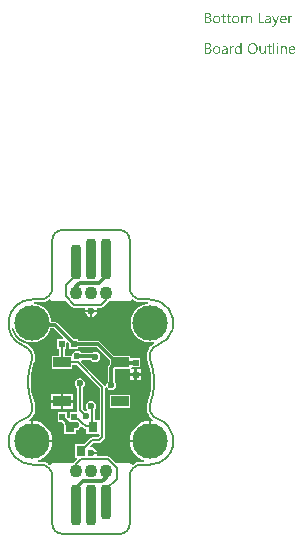
<source format=gbl>
G04*
G04 #@! TF.GenerationSoftware,Altium Limited,Altium Designer,21.8.1 (53)*
G04*
G04 Layer_Physical_Order=2*
G04 Layer_Color=16711680*
%FSAX25Y25*%
%MOIN*%
G70*
G04*
G04 #@! TF.SameCoordinates,17E01544-8C08-452E-A090-7F5DC87EFE89*
G04*
G04*
G04 #@! TF.FilePolarity,Positive*
G04*
G01*
G75*
%ADD10C,0.01181*%
%ADD11C,0.00787*%
%ADD23R,0.02165X0.01968*%
%ADD42C,0.11811*%
%ADD43C,0.02362*%
%ADD44R,0.01968X0.02165*%
%ADD45R,0.03150X0.03543*%
%ADD46R,0.05906X0.03543*%
G04:AMPARAMS|DCode=47|XSize=35.43mil|YSize=116.14mil|CornerRadius=13.82mil|HoleSize=0mil|Usage=FLASHONLY|Rotation=0.000|XOffset=0mil|YOffset=0mil|HoleType=Round|Shape=RoundedRectangle|*
%AMROUNDEDRECTD47*
21,1,0.03543,0.08850,0,0,0.0*
21,1,0.00780,0.11614,0,0,0.0*
1,1,0.02764,0.00390,-0.04425*
1,1,0.02764,-0.00390,-0.04425*
1,1,0.02764,-0.00390,0.04425*
1,1,0.02764,0.00390,0.04425*
%
%ADD47ROUNDEDRECTD47*%
G04:AMPARAMS|DCode=48|XSize=35.43mil|YSize=135.83mil|CornerRadius=13.82mil|HoleSize=0mil|Usage=FLASHONLY|Rotation=180.000|XOffset=0mil|YOffset=0mil|HoleType=Round|Shape=RoundedRectangle|*
%AMROUNDEDRECTD48*
21,1,0.03543,0.10819,0,0,180.0*
21,1,0.00780,0.13583,0,0,180.0*
1,1,0.02764,-0.00390,0.05409*
1,1,0.02764,0.00390,0.05409*
1,1,0.02764,0.00390,-0.05409*
1,1,0.02764,-0.00390,-0.05409*
%
%ADD48ROUNDEDRECTD48*%
%ADD49C,0.04331*%
G36*
X0052929Y0149709D02*
X0052984Y0149697D01*
X0053046Y0149685D01*
X0053114Y0149660D01*
X0053195Y0149629D01*
X0053269Y0149586D01*
X0053350Y0149536D01*
X0053424Y0149468D01*
X0053492Y0149381D01*
X0053554Y0149282D01*
X0053610Y0149171D01*
X0053647Y0149029D01*
X0053678Y0148874D01*
X0053684Y0148694D01*
Y0147147D01*
X0053281D01*
Y0148589D01*
Y0148595D01*
Y0148608D01*
Y0148626D01*
Y0148657D01*
X0053275Y0148732D01*
X0053263Y0148818D01*
X0053250Y0148917D01*
X0053226Y0149016D01*
X0053195Y0149109D01*
X0053151Y0149190D01*
X0053145Y0149196D01*
X0053127Y0149221D01*
X0053096Y0149251D01*
X0053046Y0149282D01*
X0052991Y0149320D01*
X0052916Y0149344D01*
X0052823Y0149369D01*
X0052718Y0149375D01*
X0052706D01*
X0052675Y0149369D01*
X0052625Y0149363D01*
X0052563Y0149344D01*
X0052495Y0149320D01*
X0052421Y0149276D01*
X0052347Y0149221D01*
X0052279Y0149140D01*
X0052272Y0149128D01*
X0052254Y0149097D01*
X0052223Y0149047D01*
X0052192Y0148979D01*
X0052155Y0148899D01*
X0052130Y0148806D01*
X0052105Y0148694D01*
X0052099Y0148577D01*
Y0147147D01*
X0051697D01*
Y0148639D01*
Y0148645D01*
Y0148670D01*
X0051691Y0148707D01*
Y0148756D01*
X0051678Y0148812D01*
X0051666Y0148874D01*
X0051647Y0148936D01*
X0051629Y0149010D01*
X0051598Y0149078D01*
X0051561Y0149140D01*
X0051511Y0149202D01*
X0051455Y0149258D01*
X0051394Y0149307D01*
X0051313Y0149344D01*
X0051226Y0149369D01*
X0051127Y0149375D01*
X0051115D01*
X0051084Y0149369D01*
X0051034Y0149363D01*
X0050973Y0149351D01*
X0050905Y0149320D01*
X0050830Y0149282D01*
X0050756Y0149227D01*
X0050688Y0149152D01*
X0050682Y0149140D01*
X0050663Y0149115D01*
X0050632Y0149066D01*
X0050601Y0148998D01*
X0050570Y0148917D01*
X0050539Y0148818D01*
X0050521Y0148707D01*
X0050515Y0148577D01*
Y0147147D01*
X0050112D01*
Y0149660D01*
X0050515D01*
Y0149258D01*
X0050527D01*
X0050533Y0149264D01*
X0050539Y0149276D01*
X0050558Y0149301D01*
X0050576Y0149332D01*
X0050638Y0149400D01*
X0050725Y0149487D01*
X0050836Y0149573D01*
X0050966Y0149641D01*
X0051047Y0149672D01*
X0051127Y0149697D01*
X0051214Y0149709D01*
X0051307Y0149716D01*
X0051350D01*
X0051400Y0149709D01*
X0051462Y0149697D01*
X0051530Y0149679D01*
X0051604Y0149654D01*
X0051678Y0149623D01*
X0051753Y0149573D01*
X0051759Y0149567D01*
X0051783Y0149549D01*
X0051814Y0149518D01*
X0051858Y0149474D01*
X0051901Y0149419D01*
X0051944Y0149357D01*
X0051988Y0149282D01*
X0052019Y0149196D01*
X0052025Y0149202D01*
X0052031Y0149221D01*
X0052050Y0149245D01*
X0052068Y0149276D01*
X0052099Y0149320D01*
X0052136Y0149363D01*
X0052180Y0149406D01*
X0052229Y0149456D01*
X0052285Y0149505D01*
X0052347Y0149549D01*
X0052415Y0149598D01*
X0052489Y0149635D01*
X0052570Y0149666D01*
X0052656Y0149691D01*
X0052755Y0149709D01*
X0052854Y0149716D01*
X0052891D01*
X0052929Y0149709D01*
D02*
G37*
G36*
X0066961Y0149697D02*
X0067036Y0149691D01*
X0067079Y0149679D01*
X0067110Y0149666D01*
Y0149251D01*
X0067104Y0149258D01*
X0067091Y0149264D01*
X0067067Y0149276D01*
X0067036Y0149295D01*
X0066992Y0149307D01*
X0066937Y0149320D01*
X0066875Y0149326D01*
X0066807Y0149332D01*
X0066794D01*
X0066763Y0149326D01*
X0066714Y0149320D01*
X0066658Y0149301D01*
X0066584Y0149270D01*
X0066516Y0149227D01*
X0066441Y0149165D01*
X0066373Y0149084D01*
X0066367Y0149072D01*
X0066348Y0149041D01*
X0066318Y0148985D01*
X0066287Y0148911D01*
X0066256Y0148818D01*
X0066225Y0148701D01*
X0066206Y0148571D01*
X0066200Y0148422D01*
Y0147147D01*
X0065798D01*
Y0149660D01*
X0066200D01*
Y0149140D01*
X0066212D01*
Y0149146D01*
X0066219Y0149152D01*
X0066231Y0149183D01*
X0066250Y0149233D01*
X0066280Y0149295D01*
X0066311Y0149357D01*
X0066361Y0149425D01*
X0066410Y0149493D01*
X0066472Y0149555D01*
X0066479Y0149561D01*
X0066503Y0149580D01*
X0066540Y0149604D01*
X0066590Y0149629D01*
X0066646Y0149654D01*
X0066714Y0149679D01*
X0066788Y0149697D01*
X0066869Y0149703D01*
X0066924D01*
X0066961Y0149697D01*
D02*
G37*
G36*
X0061582Y0146745D02*
X0061576Y0146738D01*
X0061570Y0146714D01*
X0061551Y0146670D01*
X0061527Y0146621D01*
X0061496Y0146565D01*
X0061452Y0146497D01*
X0061409Y0146429D01*
X0061359Y0146354D01*
X0061298Y0146280D01*
X0061236Y0146212D01*
X0061161Y0146144D01*
X0061081Y0146088D01*
X0061000Y0146039D01*
X0060908Y0145995D01*
X0060815Y0145971D01*
X0060709Y0145965D01*
X0060654D01*
X0060617Y0145971D01*
X0060536Y0145983D01*
X0060449Y0146002D01*
Y0146361D01*
X0060456D01*
X0060474Y0146354D01*
X0060499Y0146348D01*
X0060530Y0146342D01*
X0060604Y0146324D01*
X0060685Y0146317D01*
X0060697D01*
X0060734Y0146324D01*
X0060790Y0146336D01*
X0060858Y0146361D01*
X0060932Y0146404D01*
X0060969Y0146435D01*
X0061006Y0146472D01*
X0061044Y0146509D01*
X0061081Y0146559D01*
X0061112Y0146615D01*
X0061143Y0146676D01*
X0061347Y0147147D01*
X0060363Y0149660D01*
X0060808D01*
X0061489Y0147722D01*
Y0147716D01*
X0061496Y0147704D01*
X0061502Y0147685D01*
X0061508Y0147661D01*
X0061514Y0147624D01*
X0061527Y0147586D01*
X0061539Y0147531D01*
X0061557D01*
Y0147543D01*
X0061570Y0147580D01*
X0061582Y0147636D01*
X0061607Y0147716D01*
X0062319Y0149660D01*
X0062734D01*
X0061582Y0146745D01*
D02*
G37*
G36*
X0059174Y0149709D02*
X0059230Y0149703D01*
X0059298Y0149685D01*
X0059372Y0149666D01*
X0059453Y0149635D01*
X0059540Y0149598D01*
X0059620Y0149549D01*
X0059701Y0149487D01*
X0059775Y0149412D01*
X0059843Y0149320D01*
X0059899Y0149214D01*
X0059942Y0149091D01*
X0059967Y0148948D01*
X0059979Y0148781D01*
Y0147147D01*
X0059577D01*
Y0147537D01*
X0059564D01*
Y0147531D01*
X0059552Y0147518D01*
X0059540Y0147494D01*
X0059515Y0147469D01*
X0059453Y0147395D01*
X0059372Y0147314D01*
X0059261Y0147233D01*
X0059131Y0147159D01*
X0059051Y0147134D01*
X0058970Y0147110D01*
X0058883Y0147097D01*
X0058790Y0147091D01*
X0058753D01*
X0058729Y0147097D01*
X0058661Y0147104D01*
X0058580Y0147116D01*
X0058481Y0147141D01*
X0058388Y0147172D01*
X0058289Y0147221D01*
X0058202Y0147283D01*
X0058196Y0147295D01*
X0058171Y0147320D01*
X0058134Y0147363D01*
X0058097Y0147425D01*
X0058060Y0147500D01*
X0058023Y0147586D01*
X0057998Y0147692D01*
X0057992Y0147809D01*
Y0147815D01*
Y0147840D01*
X0057998Y0147877D01*
X0058004Y0147921D01*
X0058017Y0147976D01*
X0058035Y0148038D01*
X0058060Y0148106D01*
X0058097Y0148174D01*
X0058141Y0148249D01*
X0058196Y0148323D01*
X0058264Y0148391D01*
X0058345Y0148453D01*
X0058438Y0148515D01*
X0058549Y0148564D01*
X0058673Y0148601D01*
X0058821Y0148633D01*
X0059577Y0148738D01*
Y0148744D01*
Y0148763D01*
X0059570Y0148800D01*
Y0148837D01*
X0059558Y0148886D01*
X0059552Y0148942D01*
X0059515Y0149060D01*
X0059484Y0149115D01*
X0059453Y0149171D01*
X0059409Y0149227D01*
X0059360Y0149276D01*
X0059298Y0149320D01*
X0059230Y0149351D01*
X0059149Y0149369D01*
X0059057Y0149375D01*
X0059013D01*
X0058982Y0149369D01*
X0058939D01*
X0058896Y0149357D01*
X0058784Y0149338D01*
X0058661Y0149301D01*
X0058524Y0149245D01*
X0058450Y0149208D01*
X0058382Y0149171D01*
X0058308Y0149121D01*
X0058240Y0149066D01*
Y0149480D01*
X0058246D01*
X0058258Y0149493D01*
X0058277Y0149505D01*
X0058308Y0149518D01*
X0058339Y0149536D01*
X0058382Y0149555D01*
X0058432Y0149573D01*
X0058487Y0149598D01*
X0058611Y0149641D01*
X0058760Y0149679D01*
X0058921Y0149703D01*
X0059094Y0149716D01*
X0059131D01*
X0059174Y0149709D01*
D02*
G37*
G36*
X0056284Y0147518D02*
X0057695D01*
Y0147147D01*
X0055869D01*
Y0150663D01*
X0056284D01*
Y0147518D01*
D02*
G37*
G36*
X0039069Y0150657D02*
X0039112D01*
X0039156Y0150650D01*
X0039255Y0150638D01*
X0039373Y0150607D01*
X0039496Y0150570D01*
X0039614Y0150514D01*
X0039719Y0150440D01*
X0039725D01*
X0039731Y0150428D01*
X0039762Y0150403D01*
X0039806Y0150353D01*
X0039855Y0150285D01*
X0039899Y0150198D01*
X0039942Y0150100D01*
X0039973Y0149988D01*
X0039985Y0149926D01*
Y0149858D01*
Y0149852D01*
Y0149846D01*
Y0149809D01*
X0039979Y0149753D01*
X0039967Y0149685D01*
X0039948Y0149598D01*
X0039917Y0149511D01*
X0039880Y0149425D01*
X0039824Y0149338D01*
X0039818Y0149326D01*
X0039793Y0149301D01*
X0039756Y0149264D01*
X0039707Y0149214D01*
X0039645Y0149165D01*
X0039571Y0149109D01*
X0039478Y0149066D01*
X0039379Y0149022D01*
Y0149016D01*
X0039397D01*
X0039416Y0149010D01*
X0039434Y0149004D01*
X0039503Y0148992D01*
X0039583Y0148967D01*
X0039670Y0148930D01*
X0039762Y0148886D01*
X0039855Y0148824D01*
X0039942Y0148744D01*
X0039954Y0148732D01*
X0039979Y0148701D01*
X0040010Y0148657D01*
X0040053Y0148589D01*
X0040091Y0148503D01*
X0040128Y0148403D01*
X0040152Y0148286D01*
X0040159Y0148156D01*
Y0148150D01*
Y0148137D01*
Y0148112D01*
X0040152Y0148082D01*
X0040146Y0148044D01*
X0040140Y0148001D01*
X0040115Y0147896D01*
X0040078Y0147778D01*
X0040022Y0147654D01*
X0039985Y0147599D01*
X0039942Y0147537D01*
X0039886Y0147481D01*
X0039830Y0147425D01*
X0039824D01*
X0039818Y0147413D01*
X0039800Y0147401D01*
X0039775Y0147382D01*
X0039744Y0147363D01*
X0039701Y0147339D01*
X0039608Y0147289D01*
X0039490Y0147233D01*
X0039354Y0147190D01*
X0039193Y0147159D01*
X0039112Y0147153D01*
X0039020Y0147147D01*
X0037992D01*
Y0150663D01*
X0039038D01*
X0039069Y0150657D01*
D02*
G37*
G36*
X0045996Y0149660D02*
X0046633D01*
Y0149313D01*
X0045996D01*
Y0147896D01*
Y0147883D01*
Y0147853D01*
X0046002Y0147809D01*
X0046008Y0147754D01*
X0046033Y0147636D01*
X0046051Y0147580D01*
X0046082Y0147537D01*
X0046089Y0147531D01*
X0046101Y0147518D01*
X0046120Y0147506D01*
X0046150Y0147487D01*
X0046188Y0147463D01*
X0046237Y0147450D01*
X0046299Y0147438D01*
X0046367Y0147432D01*
X0046392D01*
X0046423Y0147438D01*
X0046460Y0147444D01*
X0046547Y0147469D01*
X0046590Y0147487D01*
X0046633Y0147512D01*
Y0147165D01*
X0046627D01*
X0046609Y0147153D01*
X0046578Y0147147D01*
X0046534Y0147134D01*
X0046479Y0147122D01*
X0046417Y0147110D01*
X0046342Y0147104D01*
X0046256Y0147097D01*
X0046225D01*
X0046194Y0147104D01*
X0046150Y0147110D01*
X0046101Y0147122D01*
X0046045Y0147134D01*
X0045990Y0147159D01*
X0045928Y0147190D01*
X0045866Y0147227D01*
X0045804Y0147277D01*
X0045748Y0147333D01*
X0045699Y0147407D01*
X0045655Y0147487D01*
X0045624Y0147586D01*
X0045600Y0147698D01*
X0045593Y0147828D01*
Y0149313D01*
X0045166D01*
Y0149660D01*
X0045593D01*
Y0150273D01*
X0045996Y0150403D01*
Y0149660D01*
D02*
G37*
G36*
X0044293D02*
X0044931D01*
Y0149313D01*
X0044293D01*
Y0147896D01*
Y0147883D01*
Y0147853D01*
X0044300Y0147809D01*
X0044306Y0147754D01*
X0044331Y0147636D01*
X0044349Y0147580D01*
X0044380Y0147537D01*
X0044386Y0147531D01*
X0044399Y0147518D01*
X0044417Y0147506D01*
X0044448Y0147487D01*
X0044485Y0147463D01*
X0044535Y0147450D01*
X0044597Y0147438D01*
X0044665Y0147432D01*
X0044690D01*
X0044721Y0147438D01*
X0044758Y0147444D01*
X0044844Y0147469D01*
X0044888Y0147487D01*
X0044931Y0147512D01*
Y0147165D01*
X0044925D01*
X0044906Y0147153D01*
X0044875Y0147147D01*
X0044832Y0147134D01*
X0044776Y0147122D01*
X0044714Y0147110D01*
X0044640Y0147104D01*
X0044554Y0147097D01*
X0044523D01*
X0044492Y0147104D01*
X0044448Y0147110D01*
X0044399Y0147122D01*
X0044343Y0147134D01*
X0044287Y0147159D01*
X0044225Y0147190D01*
X0044164Y0147227D01*
X0044102Y0147277D01*
X0044046Y0147333D01*
X0043996Y0147407D01*
X0043953Y0147487D01*
X0043922Y0147586D01*
X0043897Y0147698D01*
X0043891Y0147828D01*
Y0149313D01*
X0043464D01*
Y0149660D01*
X0043891D01*
Y0150273D01*
X0044293Y0150403D01*
Y0149660D01*
D02*
G37*
G36*
X0064238Y0149709D02*
X0064281Y0149703D01*
X0064324Y0149697D01*
X0064436Y0149679D01*
X0064560Y0149635D01*
X0064683Y0149580D01*
X0064745Y0149542D01*
X0064807Y0149499D01*
X0064863Y0149450D01*
X0064919Y0149394D01*
X0064925Y0149388D01*
X0064931Y0149381D01*
X0064943Y0149363D01*
X0064962Y0149338D01*
X0064981Y0149301D01*
X0065005Y0149264D01*
X0065030Y0149221D01*
X0065055Y0149165D01*
X0065080Y0149103D01*
X0065104Y0149041D01*
X0065129Y0148967D01*
X0065148Y0148886D01*
X0065166Y0148800D01*
X0065179Y0148713D01*
X0065191Y0148614D01*
Y0148509D01*
Y0148298D01*
X0063414D01*
Y0148292D01*
Y0148280D01*
Y0148261D01*
X0063421Y0148230D01*
X0063427Y0148193D01*
Y0148156D01*
X0063445Y0148057D01*
X0063476Y0147958D01*
X0063513Y0147846D01*
X0063569Y0147741D01*
X0063637Y0147648D01*
X0063650Y0147636D01*
X0063674Y0147611D01*
X0063724Y0147580D01*
X0063792Y0147537D01*
X0063879Y0147494D01*
X0063978Y0147463D01*
X0064095Y0147438D01*
X0064231Y0147425D01*
X0064275D01*
X0064306Y0147432D01*
X0064343D01*
X0064386Y0147438D01*
X0064491Y0147463D01*
X0064609Y0147494D01*
X0064739Y0147543D01*
X0064875Y0147611D01*
X0064943Y0147654D01*
X0065012Y0147704D01*
Y0147326D01*
X0065005D01*
X0064999Y0147314D01*
X0064981Y0147308D01*
X0064950Y0147289D01*
X0064919Y0147271D01*
X0064881Y0147252D01*
X0064832Y0147233D01*
X0064782Y0147209D01*
X0064720Y0147184D01*
X0064652Y0147165D01*
X0064504Y0147128D01*
X0064331Y0147104D01*
X0064139Y0147091D01*
X0064089D01*
X0064052Y0147097D01*
X0064009Y0147104D01*
X0063953Y0147110D01*
X0063835Y0147134D01*
X0063699Y0147172D01*
X0063563Y0147233D01*
X0063495Y0147277D01*
X0063427Y0147320D01*
X0063365Y0147370D01*
X0063303Y0147432D01*
X0063297Y0147438D01*
X0063291Y0147450D01*
X0063278Y0147469D01*
X0063253Y0147494D01*
X0063235Y0147531D01*
X0063210Y0147574D01*
X0063179Y0147624D01*
X0063155Y0147679D01*
X0063124Y0147741D01*
X0063099Y0147815D01*
X0063068Y0147896D01*
X0063049Y0147983D01*
X0063031Y0148075D01*
X0063012Y0148174D01*
X0063006Y0148280D01*
X0063000Y0148391D01*
Y0148397D01*
Y0148416D01*
Y0148447D01*
X0063006Y0148490D01*
X0063012Y0148540D01*
X0063018Y0148595D01*
X0063024Y0148663D01*
X0063043Y0148732D01*
X0063080Y0148880D01*
X0063136Y0149041D01*
X0063173Y0149121D01*
X0063223Y0149196D01*
X0063272Y0149276D01*
X0063328Y0149344D01*
X0063334Y0149351D01*
X0063346Y0149363D01*
X0063365Y0149381D01*
X0063390Y0149400D01*
X0063421Y0149431D01*
X0063458Y0149462D01*
X0063507Y0149493D01*
X0063557Y0149530D01*
X0063674Y0149598D01*
X0063817Y0149660D01*
X0063897Y0149679D01*
X0063978Y0149697D01*
X0064064Y0149709D01*
X0064157Y0149716D01*
X0064207D01*
X0064238Y0149709D01*
D02*
G37*
G36*
X0048373D02*
X0048416Y0149703D01*
X0048472Y0149697D01*
X0048596Y0149672D01*
X0048738Y0149629D01*
X0048880Y0149567D01*
X0048955Y0149530D01*
X0049023Y0149487D01*
X0049091Y0149431D01*
X0049153Y0149369D01*
X0049159Y0149363D01*
X0049165Y0149351D01*
X0049184Y0149332D01*
X0049202Y0149307D01*
X0049227Y0149270D01*
X0049252Y0149227D01*
X0049283Y0149177D01*
X0049314Y0149121D01*
X0049338Y0149053D01*
X0049369Y0148985D01*
X0049394Y0148905D01*
X0049419Y0148818D01*
X0049437Y0148725D01*
X0049456Y0148626D01*
X0049462Y0148521D01*
X0049468Y0148410D01*
Y0148403D01*
Y0148385D01*
Y0148354D01*
X0049462Y0148311D01*
X0049456Y0148261D01*
X0049450Y0148199D01*
X0049437Y0148137D01*
X0049425Y0148063D01*
X0049388Y0147914D01*
X0049326Y0147754D01*
X0049289Y0147673D01*
X0049239Y0147593D01*
X0049190Y0147518D01*
X0049128Y0147450D01*
X0049122Y0147444D01*
X0049109Y0147438D01*
X0049091Y0147419D01*
X0049066Y0147395D01*
X0049029Y0147370D01*
X0048992Y0147339D01*
X0048942Y0147302D01*
X0048886Y0147271D01*
X0048825Y0147240D01*
X0048757Y0147203D01*
X0048682Y0147172D01*
X0048602Y0147147D01*
X0048515Y0147122D01*
X0048422Y0147110D01*
X0048323Y0147097D01*
X0048218Y0147091D01*
X0048162D01*
X0048125Y0147097D01*
X0048082Y0147104D01*
X0048026Y0147110D01*
X0047964Y0147122D01*
X0047896Y0147134D01*
X0047754Y0147178D01*
X0047605Y0147240D01*
X0047531Y0147277D01*
X0047463Y0147326D01*
X0047395Y0147376D01*
X0047327Y0147438D01*
X0047320Y0147444D01*
X0047314Y0147456D01*
X0047296Y0147475D01*
X0047277Y0147500D01*
X0047252Y0147537D01*
X0047221Y0147580D01*
X0047190Y0147630D01*
X0047166Y0147685D01*
X0047135Y0147754D01*
X0047104Y0147822D01*
X0047073Y0147896D01*
X0047048Y0147983D01*
X0047011Y0148168D01*
X0047005Y0148267D01*
X0046999Y0148372D01*
Y0148379D01*
Y0148403D01*
Y0148434D01*
X0047005Y0148478D01*
X0047011Y0148527D01*
X0047017Y0148589D01*
X0047030Y0148657D01*
X0047042Y0148732D01*
X0047079Y0148892D01*
X0047141Y0149053D01*
X0047184Y0149134D01*
X0047228Y0149214D01*
X0047277Y0149289D01*
X0047339Y0149357D01*
X0047345Y0149363D01*
X0047358Y0149375D01*
X0047376Y0149388D01*
X0047401Y0149412D01*
X0047438Y0149437D01*
X0047481Y0149468D01*
X0047531Y0149505D01*
X0047587Y0149536D01*
X0047649Y0149567D01*
X0047723Y0149604D01*
X0047797Y0149635D01*
X0047884Y0149660D01*
X0047970Y0149685D01*
X0048069Y0149703D01*
X0048175Y0149709D01*
X0048280Y0149716D01*
X0048336D01*
X0048373Y0149709D01*
D02*
G37*
G36*
X0042022D02*
X0042065Y0149703D01*
X0042121Y0149697D01*
X0042245Y0149672D01*
X0042387Y0149629D01*
X0042529Y0149567D01*
X0042604Y0149530D01*
X0042672Y0149487D01*
X0042740Y0149431D01*
X0042802Y0149369D01*
X0042808Y0149363D01*
X0042814Y0149351D01*
X0042833Y0149332D01*
X0042851Y0149307D01*
X0042876Y0149270D01*
X0042901Y0149227D01*
X0042932Y0149177D01*
X0042963Y0149121D01*
X0042987Y0149053D01*
X0043018Y0148985D01*
X0043043Y0148905D01*
X0043068Y0148818D01*
X0043086Y0148725D01*
X0043105Y0148626D01*
X0043111Y0148521D01*
X0043117Y0148410D01*
Y0148403D01*
Y0148385D01*
Y0148354D01*
X0043111Y0148311D01*
X0043105Y0148261D01*
X0043099Y0148199D01*
X0043086Y0148137D01*
X0043074Y0148063D01*
X0043037Y0147914D01*
X0042975Y0147754D01*
X0042938Y0147673D01*
X0042888Y0147593D01*
X0042839Y0147518D01*
X0042777Y0147450D01*
X0042771Y0147444D01*
X0042758Y0147438D01*
X0042740Y0147419D01*
X0042715Y0147395D01*
X0042678Y0147370D01*
X0042641Y0147339D01*
X0042591Y0147302D01*
X0042536Y0147271D01*
X0042474Y0147240D01*
X0042406Y0147203D01*
X0042331Y0147172D01*
X0042251Y0147147D01*
X0042164Y0147122D01*
X0042071Y0147110D01*
X0041972Y0147097D01*
X0041867Y0147091D01*
X0041811D01*
X0041774Y0147097D01*
X0041731Y0147104D01*
X0041675Y0147110D01*
X0041613Y0147122D01*
X0041545Y0147134D01*
X0041403Y0147178D01*
X0041254Y0147240D01*
X0041180Y0147277D01*
X0041112Y0147326D01*
X0041044Y0147376D01*
X0040976Y0147438D01*
X0040969Y0147444D01*
X0040963Y0147456D01*
X0040945Y0147475D01*
X0040926Y0147500D01*
X0040901Y0147537D01*
X0040870Y0147580D01*
X0040839Y0147630D01*
X0040815Y0147685D01*
X0040784Y0147754D01*
X0040753Y0147822D01*
X0040722Y0147896D01*
X0040697Y0147983D01*
X0040660Y0148168D01*
X0040654Y0148267D01*
X0040648Y0148372D01*
Y0148379D01*
Y0148403D01*
Y0148434D01*
X0040654Y0148478D01*
X0040660Y0148527D01*
X0040666Y0148589D01*
X0040679Y0148657D01*
X0040691Y0148732D01*
X0040728Y0148892D01*
X0040790Y0149053D01*
X0040833Y0149134D01*
X0040877Y0149214D01*
X0040926Y0149289D01*
X0040988Y0149357D01*
X0040994Y0149363D01*
X0041007Y0149375D01*
X0041025Y0149388D01*
X0041050Y0149412D01*
X0041087Y0149437D01*
X0041131Y0149468D01*
X0041180Y0149505D01*
X0041236Y0149536D01*
X0041298Y0149567D01*
X0041372Y0149604D01*
X0041446Y0149635D01*
X0041533Y0149660D01*
X0041620Y0149685D01*
X0041719Y0149703D01*
X0041824Y0149709D01*
X0041929Y0149716D01*
X0041985D01*
X0042022Y0149709D01*
D02*
G37*
G36*
X0062201Y0140630D02*
X0062226D01*
X0062282Y0140605D01*
X0062313Y0140586D01*
X0062344Y0140562D01*
X0062350Y0140555D01*
X0062356Y0140549D01*
X0062387Y0140512D01*
X0062412Y0140450D01*
X0062418Y0140413D01*
X0062424Y0140376D01*
Y0140370D01*
Y0140357D01*
X0062418Y0140339D01*
X0062412Y0140314D01*
X0062393Y0140252D01*
X0062368Y0140221D01*
X0062344Y0140190D01*
X0062337D01*
X0062331Y0140178D01*
X0062294Y0140153D01*
X0062238Y0140128D01*
X0062201Y0140122D01*
X0062164Y0140116D01*
X0062146D01*
X0062127Y0140122D01*
X0062102D01*
X0062040Y0140147D01*
X0062009Y0140159D01*
X0061978Y0140184D01*
Y0140190D01*
X0061966Y0140196D01*
X0061954Y0140215D01*
X0061941Y0140234D01*
X0061917Y0140295D01*
X0061910Y0140332D01*
X0061904Y0140376D01*
Y0140382D01*
Y0140394D01*
X0061910Y0140413D01*
X0061917Y0140444D01*
X0061935Y0140500D01*
X0061954Y0140531D01*
X0061978Y0140562D01*
X0061985Y0140568D01*
X0061991Y0140574D01*
X0062028Y0140599D01*
X0062090Y0140623D01*
X0062127Y0140636D01*
X0062183D01*
X0062201Y0140630D01*
D02*
G37*
G36*
X0050211Y0136965D02*
X0049809D01*
Y0137386D01*
X0049796D01*
Y0137380D01*
X0049784Y0137367D01*
X0049766Y0137343D01*
X0049747Y0137312D01*
X0049716Y0137275D01*
X0049679Y0137238D01*
X0049635Y0137194D01*
X0049586Y0137151D01*
X0049530Y0137101D01*
X0049462Y0137058D01*
X0049394Y0137021D01*
X0049314Y0136984D01*
X0049233Y0136953D01*
X0049140Y0136928D01*
X0049041Y0136916D01*
X0048936Y0136909D01*
X0048893D01*
X0048856Y0136916D01*
X0048818Y0136922D01*
X0048769Y0136928D01*
X0048664Y0136953D01*
X0048540Y0136990D01*
X0048416Y0137052D01*
X0048348Y0137089D01*
X0048292Y0137132D01*
X0048230Y0137188D01*
X0048175Y0137244D01*
Y0137250D01*
X0048162Y0137262D01*
X0048150Y0137281D01*
X0048131Y0137306D01*
X0048113Y0137337D01*
X0048088Y0137380D01*
X0048063Y0137429D01*
X0048039Y0137485D01*
X0048008Y0137547D01*
X0047983Y0137615D01*
X0047958Y0137689D01*
X0047939Y0137770D01*
X0047921Y0137856D01*
X0047908Y0137956D01*
X0047902Y0138055D01*
X0047896Y0138160D01*
Y0138166D01*
Y0138185D01*
Y0138222D01*
X0047902Y0138265D01*
X0047908Y0138315D01*
X0047915Y0138376D01*
X0047921Y0138445D01*
X0047933Y0138519D01*
X0047970Y0138680D01*
X0048026Y0138847D01*
X0048063Y0138927D01*
X0048107Y0139008D01*
X0048150Y0139082D01*
X0048206Y0139156D01*
X0048212Y0139163D01*
X0048218Y0139175D01*
X0048237Y0139194D01*
X0048261Y0139218D01*
X0048292Y0139243D01*
X0048336Y0139274D01*
X0048379Y0139311D01*
X0048428Y0139348D01*
X0048552Y0139416D01*
X0048695Y0139478D01*
X0048775Y0139497D01*
X0048862Y0139515D01*
X0048948Y0139528D01*
X0049047Y0139534D01*
X0049097D01*
X0049134Y0139528D01*
X0049171Y0139522D01*
X0049221Y0139515D01*
X0049332Y0139485D01*
X0049456Y0139435D01*
X0049518Y0139404D01*
X0049580Y0139361D01*
X0049642Y0139317D01*
X0049697Y0139262D01*
X0049747Y0139200D01*
X0049796Y0139126D01*
X0049809D01*
Y0140685D01*
X0050211D01*
Y0136965D01*
D02*
G37*
G36*
X0064479Y0139528D02*
X0064553Y0139522D01*
X0064646Y0139503D01*
X0064745Y0139472D01*
X0064850Y0139423D01*
X0064956Y0139355D01*
X0064999Y0139317D01*
X0065042Y0139268D01*
X0065055Y0139255D01*
X0065080Y0139218D01*
X0065110Y0139156D01*
X0065154Y0139070D01*
X0065191Y0138964D01*
X0065228Y0138835D01*
X0065253Y0138680D01*
X0065259Y0138500D01*
Y0136965D01*
X0064857D01*
Y0138395D01*
Y0138401D01*
Y0138432D01*
X0064850Y0138469D01*
Y0138519D01*
X0064838Y0138581D01*
X0064826Y0138649D01*
X0064807Y0138723D01*
X0064782Y0138797D01*
X0064751Y0138872D01*
X0064714Y0138940D01*
X0064665Y0139008D01*
X0064609Y0139070D01*
X0064547Y0139119D01*
X0064467Y0139156D01*
X0064380Y0139187D01*
X0064275Y0139194D01*
X0064262D01*
X0064225Y0139187D01*
X0064170Y0139181D01*
X0064101Y0139163D01*
X0064021Y0139138D01*
X0063934Y0139094D01*
X0063854Y0139039D01*
X0063774Y0138964D01*
X0063767Y0138952D01*
X0063743Y0138927D01*
X0063712Y0138878D01*
X0063674Y0138810D01*
X0063637Y0138729D01*
X0063606Y0138630D01*
X0063582Y0138519D01*
X0063575Y0138395D01*
Y0136965D01*
X0063173D01*
Y0139478D01*
X0063575D01*
Y0139057D01*
X0063588D01*
X0063594Y0139064D01*
X0063600Y0139076D01*
X0063619Y0139101D01*
X0063643Y0139132D01*
X0063668Y0139169D01*
X0063705Y0139206D01*
X0063749Y0139249D01*
X0063798Y0139299D01*
X0063854Y0139342D01*
X0063916Y0139385D01*
X0063984Y0139423D01*
X0064058Y0139460D01*
X0064132Y0139491D01*
X0064219Y0139515D01*
X0064312Y0139528D01*
X0064411Y0139534D01*
X0064448D01*
X0064479Y0139528D01*
D02*
G37*
G36*
X0047481Y0139515D02*
X0047556Y0139509D01*
X0047599Y0139497D01*
X0047630Y0139485D01*
Y0139070D01*
X0047624Y0139076D01*
X0047611Y0139082D01*
X0047587Y0139094D01*
X0047556Y0139113D01*
X0047512Y0139126D01*
X0047457Y0139138D01*
X0047395Y0139144D01*
X0047327Y0139150D01*
X0047314D01*
X0047283Y0139144D01*
X0047234Y0139138D01*
X0047178Y0139119D01*
X0047104Y0139088D01*
X0047036Y0139045D01*
X0046961Y0138983D01*
X0046893Y0138903D01*
X0046887Y0138890D01*
X0046869Y0138859D01*
X0046838Y0138804D01*
X0046807Y0138729D01*
X0046776Y0138637D01*
X0046745Y0138519D01*
X0046726Y0138389D01*
X0046720Y0138240D01*
Y0136965D01*
X0046318D01*
Y0139478D01*
X0046720D01*
Y0138958D01*
X0046732D01*
Y0138964D01*
X0046739Y0138971D01*
X0046751Y0139002D01*
X0046769Y0139051D01*
X0046801Y0139113D01*
X0046831Y0139175D01*
X0046881Y0139243D01*
X0046931Y0139311D01*
X0046992Y0139373D01*
X0046999Y0139379D01*
X0047023Y0139398D01*
X0047060Y0139423D01*
X0047110Y0139447D01*
X0047166Y0139472D01*
X0047234Y0139497D01*
X0047308Y0139515D01*
X0047388Y0139522D01*
X0047444D01*
X0047481Y0139515D01*
D02*
G37*
G36*
X0058221Y0136965D02*
X0057819D01*
Y0137361D01*
X0057806D01*
Y0137355D01*
X0057794Y0137343D01*
X0057782Y0137318D01*
X0057757Y0137293D01*
X0057701Y0137219D01*
X0057614Y0137138D01*
X0057565Y0137095D01*
X0057509Y0137052D01*
X0057447Y0137015D01*
X0057373Y0136978D01*
X0057299Y0136953D01*
X0057218Y0136928D01*
X0057125Y0136916D01*
X0057033Y0136909D01*
X0056995D01*
X0056952Y0136916D01*
X0056890Y0136928D01*
X0056822Y0136940D01*
X0056748Y0136965D01*
X0056667Y0136996D01*
X0056587Y0137046D01*
X0056500Y0137101D01*
X0056420Y0137169D01*
X0056345Y0137256D01*
X0056277Y0137361D01*
X0056216Y0137479D01*
X0056172Y0137621D01*
X0056147Y0137788D01*
X0056135Y0137875D01*
Y0137974D01*
Y0139478D01*
X0056531D01*
Y0138036D01*
Y0138030D01*
Y0138005D01*
X0056537Y0137962D01*
X0056544Y0137912D01*
X0056550Y0137850D01*
X0056562Y0137788D01*
X0056581Y0137714D01*
X0056605Y0137640D01*
X0056643Y0137566D01*
X0056680Y0137497D01*
X0056729Y0137429D01*
X0056791Y0137367D01*
X0056859Y0137318D01*
X0056940Y0137281D01*
X0057039Y0137250D01*
X0057144Y0137244D01*
X0057156D01*
X0057193Y0137250D01*
X0057249Y0137256D01*
X0057311Y0137268D01*
X0057392Y0137299D01*
X0057472Y0137337D01*
X0057552Y0137386D01*
X0057627Y0137460D01*
X0057633Y0137473D01*
X0057658Y0137497D01*
X0057689Y0137547D01*
X0057726Y0137615D01*
X0057757Y0137696D01*
X0057788Y0137795D01*
X0057812Y0137906D01*
X0057819Y0138030D01*
Y0139478D01*
X0058221D01*
Y0136965D01*
D02*
G37*
G36*
X0062356D02*
X0061954D01*
Y0139478D01*
X0062356D01*
Y0136965D01*
D02*
G37*
G36*
X0061137D02*
X0060734D01*
Y0140685D01*
X0061137D01*
Y0136965D01*
D02*
G37*
G36*
X0044758Y0139528D02*
X0044813Y0139522D01*
X0044882Y0139503D01*
X0044956Y0139485D01*
X0045036Y0139453D01*
X0045123Y0139416D01*
X0045204Y0139367D01*
X0045284Y0139305D01*
X0045358Y0139231D01*
X0045426Y0139138D01*
X0045482Y0139033D01*
X0045525Y0138909D01*
X0045550Y0138767D01*
X0045562Y0138599D01*
Y0136965D01*
X0045160D01*
Y0137355D01*
X0045148D01*
Y0137349D01*
X0045135Y0137337D01*
X0045123Y0137312D01*
X0045098Y0137287D01*
X0045036Y0137213D01*
X0044956Y0137132D01*
X0044844Y0137052D01*
X0044714Y0136978D01*
X0044634Y0136953D01*
X0044554Y0136928D01*
X0044467Y0136916D01*
X0044374Y0136909D01*
X0044337D01*
X0044312Y0136916D01*
X0044244Y0136922D01*
X0044164Y0136934D01*
X0044065Y0136959D01*
X0043972Y0136990D01*
X0043873Y0137039D01*
X0043786Y0137101D01*
X0043780Y0137114D01*
X0043755Y0137138D01*
X0043718Y0137182D01*
X0043681Y0137244D01*
X0043644Y0137318D01*
X0043606Y0137405D01*
X0043582Y0137510D01*
X0043576Y0137627D01*
Y0137634D01*
Y0137658D01*
X0043582Y0137696D01*
X0043588Y0137739D01*
X0043600Y0137795D01*
X0043619Y0137856D01*
X0043644Y0137925D01*
X0043681Y0137993D01*
X0043724Y0138067D01*
X0043780Y0138141D01*
X0043848Y0138209D01*
X0043928Y0138271D01*
X0044021Y0138333D01*
X0044133Y0138383D01*
X0044256Y0138420D01*
X0044405Y0138451D01*
X0045160Y0138556D01*
Y0138562D01*
Y0138581D01*
X0045154Y0138618D01*
Y0138655D01*
X0045142Y0138705D01*
X0045135Y0138760D01*
X0045098Y0138878D01*
X0045067Y0138934D01*
X0045036Y0138989D01*
X0044993Y0139045D01*
X0044943Y0139094D01*
X0044882Y0139138D01*
X0044813Y0139169D01*
X0044733Y0139187D01*
X0044640Y0139194D01*
X0044597D01*
X0044566Y0139187D01*
X0044523D01*
X0044479Y0139175D01*
X0044368Y0139156D01*
X0044244Y0139119D01*
X0044108Y0139064D01*
X0044034Y0139026D01*
X0043966Y0138989D01*
X0043891Y0138940D01*
X0043823Y0138884D01*
Y0139299D01*
X0043829D01*
X0043842Y0139311D01*
X0043860Y0139324D01*
X0043891Y0139336D01*
X0043922Y0139355D01*
X0043966Y0139373D01*
X0044015Y0139392D01*
X0044071Y0139416D01*
X0044194Y0139460D01*
X0044343Y0139497D01*
X0044504Y0139522D01*
X0044677Y0139534D01*
X0044714D01*
X0044758Y0139528D01*
D02*
G37*
G36*
X0039069Y0140475D02*
X0039112D01*
X0039156Y0140469D01*
X0039255Y0140456D01*
X0039373Y0140425D01*
X0039496Y0140388D01*
X0039614Y0140332D01*
X0039719Y0140258D01*
X0039725D01*
X0039731Y0140246D01*
X0039762Y0140221D01*
X0039806Y0140172D01*
X0039855Y0140103D01*
X0039899Y0140017D01*
X0039942Y0139918D01*
X0039973Y0139806D01*
X0039985Y0139744D01*
Y0139676D01*
Y0139670D01*
Y0139664D01*
Y0139627D01*
X0039979Y0139571D01*
X0039967Y0139503D01*
X0039948Y0139416D01*
X0039917Y0139330D01*
X0039880Y0139243D01*
X0039824Y0139156D01*
X0039818Y0139144D01*
X0039793Y0139119D01*
X0039756Y0139082D01*
X0039707Y0139033D01*
X0039645Y0138983D01*
X0039571Y0138927D01*
X0039478Y0138884D01*
X0039379Y0138841D01*
Y0138835D01*
X0039397D01*
X0039416Y0138828D01*
X0039434Y0138822D01*
X0039503Y0138810D01*
X0039583Y0138785D01*
X0039670Y0138748D01*
X0039762Y0138705D01*
X0039855Y0138643D01*
X0039942Y0138562D01*
X0039954Y0138550D01*
X0039979Y0138519D01*
X0040010Y0138476D01*
X0040053Y0138407D01*
X0040091Y0138321D01*
X0040128Y0138222D01*
X0040152Y0138104D01*
X0040159Y0137974D01*
Y0137968D01*
Y0137956D01*
Y0137931D01*
X0040152Y0137900D01*
X0040146Y0137863D01*
X0040140Y0137819D01*
X0040115Y0137714D01*
X0040078Y0137597D01*
X0040022Y0137473D01*
X0039985Y0137417D01*
X0039942Y0137355D01*
X0039886Y0137299D01*
X0039830Y0137244D01*
X0039824D01*
X0039818Y0137231D01*
X0039800Y0137219D01*
X0039775Y0137200D01*
X0039744Y0137182D01*
X0039701Y0137157D01*
X0039608Y0137108D01*
X0039490Y0137052D01*
X0039354Y0137009D01*
X0039193Y0136978D01*
X0039112Y0136971D01*
X0039020Y0136965D01*
X0037992D01*
Y0140481D01*
X0039038D01*
X0039069Y0140475D01*
D02*
G37*
G36*
X0059564Y0139478D02*
X0060202D01*
Y0139132D01*
X0059564D01*
Y0137714D01*
Y0137702D01*
Y0137671D01*
X0059570Y0137627D01*
X0059577Y0137572D01*
X0059601Y0137454D01*
X0059620Y0137399D01*
X0059651Y0137355D01*
X0059657Y0137349D01*
X0059670Y0137337D01*
X0059688Y0137324D01*
X0059719Y0137306D01*
X0059756Y0137281D01*
X0059806Y0137268D01*
X0059868Y0137256D01*
X0059936Y0137250D01*
X0059960D01*
X0059991Y0137256D01*
X0060028Y0137262D01*
X0060115Y0137287D01*
X0060158Y0137306D01*
X0060202Y0137330D01*
Y0136984D01*
X0060196D01*
X0060177Y0136971D01*
X0060146Y0136965D01*
X0060103Y0136953D01*
X0060047Y0136940D01*
X0059985Y0136928D01*
X0059911Y0136922D01*
X0059824Y0136916D01*
X0059793D01*
X0059762Y0136922D01*
X0059719Y0136928D01*
X0059670Y0136940D01*
X0059614Y0136953D01*
X0059558Y0136978D01*
X0059496Y0137009D01*
X0059434Y0137046D01*
X0059372Y0137095D01*
X0059317Y0137151D01*
X0059267Y0137225D01*
X0059224Y0137306D01*
X0059193Y0137405D01*
X0059168Y0137516D01*
X0059162Y0137646D01*
Y0139132D01*
X0058735D01*
Y0139478D01*
X0059162D01*
Y0140091D01*
X0059564Y0140221D01*
Y0139478D01*
D02*
G37*
G36*
X0067091Y0139528D02*
X0067135Y0139522D01*
X0067178Y0139515D01*
X0067289Y0139497D01*
X0067413Y0139453D01*
X0067537Y0139398D01*
X0067599Y0139361D01*
X0067661Y0139317D01*
X0067716Y0139268D01*
X0067772Y0139212D01*
X0067778Y0139206D01*
X0067785Y0139200D01*
X0067797Y0139181D01*
X0067816Y0139156D01*
X0067834Y0139119D01*
X0067859Y0139082D01*
X0067884Y0139039D01*
X0067908Y0138983D01*
X0067933Y0138921D01*
X0067958Y0138859D01*
X0067983Y0138785D01*
X0068001Y0138705D01*
X0068020Y0138618D01*
X0068032Y0138531D01*
X0068045Y0138432D01*
Y0138327D01*
Y0138117D01*
X0066268D01*
Y0138110D01*
Y0138098D01*
Y0138079D01*
X0066274Y0138048D01*
X0066280Y0138011D01*
Y0137974D01*
X0066299Y0137875D01*
X0066330Y0137776D01*
X0066367Y0137665D01*
X0066423Y0137559D01*
X0066491Y0137467D01*
X0066503Y0137454D01*
X0066528Y0137429D01*
X0066578Y0137399D01*
X0066646Y0137355D01*
X0066732Y0137312D01*
X0066831Y0137281D01*
X0066949Y0137256D01*
X0067085Y0137244D01*
X0067128D01*
X0067159Y0137250D01*
X0067197D01*
X0067240Y0137256D01*
X0067345Y0137281D01*
X0067463Y0137312D01*
X0067593Y0137361D01*
X0067729Y0137429D01*
X0067797Y0137473D01*
X0067865Y0137522D01*
Y0137145D01*
X0067859D01*
X0067853Y0137132D01*
X0067834Y0137126D01*
X0067803Y0137108D01*
X0067772Y0137089D01*
X0067735Y0137070D01*
X0067686Y0137052D01*
X0067636Y0137027D01*
X0067574Y0137002D01*
X0067506Y0136984D01*
X0067357Y0136947D01*
X0067184Y0136922D01*
X0066992Y0136909D01*
X0066943D01*
X0066906Y0136916D01*
X0066862Y0136922D01*
X0066807Y0136928D01*
X0066689Y0136953D01*
X0066553Y0136990D01*
X0066417Y0137052D01*
X0066348Y0137095D01*
X0066280Y0137138D01*
X0066219Y0137188D01*
X0066157Y0137250D01*
X0066150Y0137256D01*
X0066144Y0137268D01*
X0066132Y0137287D01*
X0066107Y0137312D01*
X0066088Y0137349D01*
X0066064Y0137392D01*
X0066033Y0137442D01*
X0066008Y0137497D01*
X0065977Y0137559D01*
X0065952Y0137634D01*
X0065921Y0137714D01*
X0065903Y0137801D01*
X0065884Y0137894D01*
X0065866Y0137993D01*
X0065860Y0138098D01*
X0065853Y0138209D01*
Y0138216D01*
Y0138234D01*
Y0138265D01*
X0065860Y0138308D01*
X0065866Y0138358D01*
X0065872Y0138414D01*
X0065878Y0138482D01*
X0065897Y0138550D01*
X0065934Y0138698D01*
X0065990Y0138859D01*
X0066027Y0138940D01*
X0066076Y0139014D01*
X0066126Y0139094D01*
X0066181Y0139163D01*
X0066188Y0139169D01*
X0066200Y0139181D01*
X0066219Y0139200D01*
X0066243Y0139218D01*
X0066274Y0139249D01*
X0066311Y0139280D01*
X0066361Y0139311D01*
X0066410Y0139348D01*
X0066528Y0139416D01*
X0066670Y0139478D01*
X0066751Y0139497D01*
X0066831Y0139515D01*
X0066918Y0139528D01*
X0067011Y0139534D01*
X0067060D01*
X0067091Y0139528D01*
D02*
G37*
G36*
X0054049Y0140537D02*
X0054111Y0140531D01*
X0054185Y0140518D01*
X0054266Y0140500D01*
X0054352Y0140481D01*
X0054439Y0140456D01*
X0054538Y0140425D01*
X0054631Y0140382D01*
X0054730Y0140332D01*
X0054829Y0140277D01*
X0054922Y0140209D01*
X0055015Y0140134D01*
X0055101Y0140048D01*
X0055107Y0140042D01*
X0055120Y0140023D01*
X0055145Y0139998D01*
X0055169Y0139961D01*
X0055207Y0139912D01*
X0055244Y0139850D01*
X0055281Y0139782D01*
X0055324Y0139707D01*
X0055367Y0139614D01*
X0055405Y0139522D01*
X0055442Y0139416D01*
X0055479Y0139299D01*
X0055504Y0139181D01*
X0055528Y0139051D01*
X0055541Y0138909D01*
X0055547Y0138767D01*
Y0138754D01*
Y0138729D01*
Y0138686D01*
X0055541Y0138624D01*
X0055535Y0138550D01*
X0055522Y0138469D01*
X0055510Y0138376D01*
X0055491Y0138271D01*
X0055467Y0138166D01*
X0055436Y0138055D01*
X0055398Y0137943D01*
X0055355Y0137832D01*
X0055299Y0137714D01*
X0055238Y0137609D01*
X0055169Y0137504D01*
X0055089Y0137405D01*
X0055083Y0137399D01*
X0055070Y0137386D01*
X0055039Y0137361D01*
X0055008Y0137330D01*
X0054959Y0137287D01*
X0054903Y0137250D01*
X0054841Y0137200D01*
X0054767Y0137157D01*
X0054686Y0137114D01*
X0054594Y0137064D01*
X0054495Y0137027D01*
X0054383Y0136990D01*
X0054266Y0136953D01*
X0054142Y0136928D01*
X0054012Y0136916D01*
X0053869Y0136909D01*
X0053838D01*
X0053795Y0136916D01*
X0053746D01*
X0053684Y0136922D01*
X0053610Y0136934D01*
X0053529Y0136953D01*
X0053436Y0136971D01*
X0053343Y0136996D01*
X0053244Y0137027D01*
X0053145Y0137070D01*
X0053046Y0137114D01*
X0052947Y0137169D01*
X0052848Y0137238D01*
X0052755Y0137312D01*
X0052669Y0137399D01*
X0052662Y0137405D01*
X0052650Y0137423D01*
X0052625Y0137448D01*
X0052601Y0137485D01*
X0052563Y0137535D01*
X0052526Y0137597D01*
X0052489Y0137665D01*
X0052446Y0137745D01*
X0052402Y0137832D01*
X0052365Y0137925D01*
X0052328Y0138030D01*
X0052291Y0138147D01*
X0052266Y0138265D01*
X0052241Y0138395D01*
X0052229Y0138537D01*
X0052223Y0138680D01*
Y0138692D01*
Y0138717D01*
X0052229Y0138760D01*
Y0138822D01*
X0052235Y0138890D01*
X0052248Y0138977D01*
X0052260Y0139070D01*
X0052279Y0139169D01*
X0052303Y0139274D01*
X0052334Y0139385D01*
X0052372Y0139497D01*
X0052415Y0139608D01*
X0052470Y0139720D01*
X0052532Y0139831D01*
X0052601Y0139936D01*
X0052681Y0140035D01*
X0052687Y0140042D01*
X0052700Y0140060D01*
X0052731Y0140085D01*
X0052768Y0140116D01*
X0052811Y0140153D01*
X0052867Y0140196D01*
X0052935Y0140240D01*
X0053009Y0140289D01*
X0053096Y0140339D01*
X0053189Y0140382D01*
X0053288Y0140425D01*
X0053399Y0140463D01*
X0053523Y0140494D01*
X0053653Y0140524D01*
X0053789Y0140537D01*
X0053931Y0140543D01*
X0054000D01*
X0054049Y0140537D01*
D02*
G37*
G36*
X0042022Y0139528D02*
X0042065Y0139522D01*
X0042121Y0139515D01*
X0042245Y0139491D01*
X0042387Y0139447D01*
X0042529Y0139385D01*
X0042604Y0139348D01*
X0042672Y0139305D01*
X0042740Y0139249D01*
X0042802Y0139187D01*
X0042808Y0139181D01*
X0042814Y0139169D01*
X0042833Y0139150D01*
X0042851Y0139126D01*
X0042876Y0139088D01*
X0042901Y0139045D01*
X0042932Y0138996D01*
X0042963Y0138940D01*
X0042987Y0138872D01*
X0043018Y0138804D01*
X0043043Y0138723D01*
X0043068Y0138637D01*
X0043086Y0138544D01*
X0043105Y0138445D01*
X0043111Y0138339D01*
X0043117Y0138228D01*
Y0138222D01*
Y0138203D01*
Y0138172D01*
X0043111Y0138129D01*
X0043105Y0138079D01*
X0043099Y0138017D01*
X0043086Y0137956D01*
X0043074Y0137881D01*
X0043037Y0137733D01*
X0042975Y0137572D01*
X0042938Y0137491D01*
X0042888Y0137411D01*
X0042839Y0137337D01*
X0042777Y0137268D01*
X0042771Y0137262D01*
X0042758Y0137256D01*
X0042740Y0137238D01*
X0042715Y0137213D01*
X0042678Y0137188D01*
X0042641Y0137157D01*
X0042591Y0137120D01*
X0042536Y0137089D01*
X0042474Y0137058D01*
X0042406Y0137021D01*
X0042331Y0136990D01*
X0042251Y0136965D01*
X0042164Y0136940D01*
X0042071Y0136928D01*
X0041972Y0136916D01*
X0041867Y0136909D01*
X0041811D01*
X0041774Y0136916D01*
X0041731Y0136922D01*
X0041675Y0136928D01*
X0041613Y0136940D01*
X0041545Y0136953D01*
X0041403Y0136996D01*
X0041254Y0137058D01*
X0041180Y0137095D01*
X0041112Y0137145D01*
X0041044Y0137194D01*
X0040976Y0137256D01*
X0040969Y0137262D01*
X0040963Y0137275D01*
X0040945Y0137293D01*
X0040926Y0137318D01*
X0040901Y0137355D01*
X0040870Y0137399D01*
X0040839Y0137448D01*
X0040815Y0137504D01*
X0040784Y0137572D01*
X0040753Y0137640D01*
X0040722Y0137714D01*
X0040697Y0137801D01*
X0040660Y0137987D01*
X0040654Y0138086D01*
X0040648Y0138191D01*
Y0138197D01*
Y0138222D01*
Y0138253D01*
X0040654Y0138296D01*
X0040660Y0138346D01*
X0040666Y0138407D01*
X0040679Y0138476D01*
X0040691Y0138550D01*
X0040728Y0138711D01*
X0040790Y0138872D01*
X0040833Y0138952D01*
X0040877Y0139033D01*
X0040926Y0139107D01*
X0040988Y0139175D01*
X0040994Y0139181D01*
X0041007Y0139194D01*
X0041025Y0139206D01*
X0041050Y0139231D01*
X0041087Y0139255D01*
X0041131Y0139286D01*
X0041180Y0139324D01*
X0041236Y0139355D01*
X0041298Y0139385D01*
X0041372Y0139423D01*
X0041446Y0139453D01*
X0041533Y0139478D01*
X0041620Y0139503D01*
X0041719Y0139522D01*
X0041824Y0139528D01*
X0041929Y0139534D01*
X0041985D01*
X0042022Y0139528D01*
D02*
G37*
G36*
X0013893Y0055086D02*
X0014398Y0054749D01*
X0014489Y0054711D01*
X0014571Y0054656D01*
X0015284Y0054361D01*
X0015381Y0054342D01*
X0015472Y0054304D01*
X0016229Y0054153D01*
X0016304Y0054153D01*
X0016376Y0054135D01*
X0016761Y0054116D01*
X0016786Y0054119D01*
X0016811Y0054115D01*
X0019071D01*
X0019095Y0053615D01*
X0018431Y0053549D01*
X0017225Y0053183D01*
X0016114Y0052589D01*
X0015139Y0051790D01*
X0014340Y0050816D01*
X0013746Y0049704D01*
X0013380Y0048498D01*
X0013256Y0047244D01*
X0013380Y0045990D01*
X0013746Y0044784D01*
X0014340Y0043673D01*
X0015139Y0042698D01*
X0016114Y0041899D01*
X0017225Y0041305D01*
X0018431Y0040939D01*
X0019685Y0040815D01*
X0020939Y0040939D01*
X0020942Y0040940D01*
X0021143Y0040478D01*
X0020648Y0040191D01*
X0020573Y0040124D01*
X0020486Y0040073D01*
X0019901Y0039554D01*
X0019840Y0039474D01*
X0019766Y0039407D01*
X0019295Y0038782D01*
X0019251Y0038691D01*
X0019191Y0038611D01*
X0018853Y0037905D01*
X0018828Y0037808D01*
X0018785Y0037717D01*
X0018593Y0036958D01*
X0018588Y0036858D01*
X0018564Y0036761D01*
X0018527Y0035979D01*
X0018541Y0035879D01*
X0018537Y0035779D01*
X0018655Y0035005D01*
X0018680Y0034934D01*
X0018688Y0034859D01*
X0018804Y0034485D01*
X0018816Y0034463D01*
X0018820Y0034438D01*
X0019122Y0033613D01*
X0019578Y0031916D01*
X0019884Y0030186D01*
X0020038Y0028436D01*
X0020038Y0026680D01*
X0019884Y0024930D01*
X0019578Y0023200D01*
X0019121Y0021504D01*
X0018820Y0020678D01*
X0018816Y0020653D01*
X0018804Y0020631D01*
X0018688Y0020257D01*
X0018680Y0020182D01*
X0018654Y0020111D01*
X0018536Y0019337D01*
X0018540Y0019237D01*
X0018526Y0019137D01*
X0018563Y0018355D01*
X0018587Y0018258D01*
X0018592Y0018158D01*
X0018784Y0017399D01*
X0018827Y0017308D01*
X0018852Y0017211D01*
X0019190Y0016505D01*
X0019250Y0016424D01*
X0019294Y0016334D01*
X0019765Y0015709D01*
X0019839Y0015642D01*
X0019900Y0015562D01*
X0020485Y0015042D01*
X0020572Y0014991D01*
X0020377Y0014548D01*
X0020366Y0014532D01*
X0020079Y0014560D01*
Y0007874D01*
X0019685D01*
Y0007480D01*
X0012999D01*
X0013089Y0006562D01*
X0013472Y0005300D01*
X0014093Y0004138D01*
X0014930Y0003118D01*
X0015949Y0002282D01*
X0017111Y0001661D01*
X0017629Y0001503D01*
X0017555Y0001003D01*
X0016811D01*
X0016786Y0000999D01*
X0016761Y0001002D01*
X0016376Y0000983D01*
X0016304Y0000965D01*
X0016229Y0000965D01*
X0015472Y0000814D01*
X0015381Y0000777D01*
X0015284Y0000757D01*
X0014571Y0000462D01*
X0014489Y0000407D01*
X0014398Y0000369D01*
X0013894Y0000032D01*
X0013823Y0000027D01*
X0013449Y0000126D01*
X0013352Y0000184D01*
X0013317Y0000217D01*
X0013251Y0000377D01*
X0012874Y0000533D01*
X0012874Y0000533D01*
X0008279D01*
X0006339Y0002473D01*
X0006046Y0002669D01*
X0005700Y0002738D01*
X0002145D01*
X0001875Y0003238D01*
X0001929Y0003508D01*
X-0000000D01*
Y0004295D01*
X0001929D01*
X0001854Y0004670D01*
X0001419Y0005321D01*
X0000768Y0005756D01*
X0000016Y0005906D01*
X-0000032Y0005976D01*
X-0000222Y0006374D01*
X0000683Y0007280D01*
X0002807D01*
X0003152Y0007348D01*
X0003445Y0007544D01*
X0004437Y0008535D01*
X0004632Y0008828D01*
X0004701Y0009174D01*
Y0025695D01*
X0005193Y0025783D01*
X0005563Y0025230D01*
X0006117Y0024860D01*
X0006770Y0024730D01*
X0007423Y0024860D01*
X0007976Y0025230D01*
X0008346Y0025783D01*
X0008476Y0026436D01*
X0008346Y0027089D01*
X0007976Y0027643D01*
X0007874Y0027711D01*
Y0031791D01*
X0012591D01*
X0012992Y0031791D01*
X0012992Y0031638D01*
X0012992D01*
X0012992Y0031332D01*
Y0030413D01*
X0014469D01*
Y0031791D01*
X0013492D01*
X0013480Y0031791D01*
X0013373Y0031980D01*
X0013666Y0032480D01*
X0016437D01*
Y0035433D01*
X0013287D01*
X0013091Y0035851D01*
Y0036319D01*
X0007762D01*
X0003044Y0041036D01*
X0002686Y0041276D01*
X0002264Y0041360D01*
X-0004331D01*
Y0041831D01*
X-0005722D01*
X-0011227Y0047336D01*
X-0011585Y0047575D01*
X-0012008Y0047659D01*
X-0013297D01*
X-0013380Y0048498D01*
X-0013746Y0049704D01*
X-0014340Y0050816D01*
X-0015139Y0051790D01*
X-0016114Y0052589D01*
X-0017225Y0053183D01*
X-0018431Y0053549D01*
X-0019095Y0053615D01*
X-0019071Y0054115D01*
X-0016811Y0054115D01*
X-0016786Y0054119D01*
X-0016761Y0054116D01*
X-0016376Y0054135D01*
X-0016304Y0054153D01*
X-0016229Y0054153D01*
X-0015472Y0054304D01*
X-0015381Y0054342D01*
X-0015284Y0054361D01*
X-0014571Y0054656D01*
X-0014489Y0054711D01*
X-0014398Y0054749D01*
X-0013894Y0055086D01*
X-0013823Y0055091D01*
X-0013449Y0054992D01*
X-0013352Y0054934D01*
X-0013317Y0054901D01*
X-0013251Y0054741D01*
X-0012874Y0054585D01*
X-0012874Y0054585D01*
X-0008279D01*
X-0006339Y0052645D01*
X-0006046Y0052449D01*
X-0005700Y0052380D01*
X-0002145D01*
X-0001875Y0051880D01*
X-0001929Y0051610D01*
X0001929D01*
X0001875Y0051880D01*
X0002145Y0052380D01*
X0003364D01*
X0003709Y0052449D01*
X0004002Y0052645D01*
X0005639Y0054281D01*
X0005834Y0054574D01*
X0005837Y0054585D01*
X0012874Y0054585D01*
X0013251Y0054741D01*
X0013317Y0054901D01*
X0013352Y0054934D01*
X0013448Y0054992D01*
X0013823Y0055091D01*
X0013893Y0055086D01*
D02*
G37*
G36*
X-0007283Y0040270D02*
Y0038681D01*
X-0004331D01*
Y0039152D01*
X0001806D01*
X0006201Y0034758D01*
Y0033353D01*
X0005989Y0033141D01*
X0005750Y0032783D01*
X0005666Y0032360D01*
Y0027711D01*
X0005563Y0027643D01*
X0005193Y0027089D01*
X0005064Y0026436D01*
X0005081Y0026350D01*
X0004632Y0026189D01*
X0004437Y0026482D01*
X-0003464Y0034383D01*
X-0003470Y0034521D01*
X-0003082Y0034969D01*
X0000005D01*
X0000172Y0034719D01*
X0000725Y0034349D01*
X0001378Y0034219D01*
X0002031Y0034349D01*
X0002584Y0034719D01*
X0002954Y0035272D01*
X0003084Y0035925D01*
X0002954Y0036578D01*
X0002584Y0037132D01*
X0002031Y0037501D01*
X0001378Y0037631D01*
X0000725Y0037501D01*
X0000239Y0037177D01*
X-0003253D01*
X-0003420Y0037427D01*
X-0003973Y0037797D01*
X-0004626Y0037927D01*
X-0005279Y0037797D01*
X-0005832Y0037427D01*
X-0006202Y0036873D01*
X-0006312Y0036319D01*
X-0008841D01*
Y0038681D01*
X-0008268D01*
Y0040600D01*
X-0007806Y0040792D01*
X-0007283Y0040270D01*
D02*
G37*
G36*
X-0025624Y0044784D02*
X-0025030Y0043673D01*
X-0024231Y0042698D01*
X-0023257Y0041899D01*
X-0022145Y0041305D01*
X-0020939Y0040939D01*
X-0019685Y0040815D01*
X-0018431Y0040939D01*
X-0017225Y0041305D01*
X-0016114Y0041899D01*
X-0015139Y0042698D01*
X-0014340Y0043673D01*
X-0013746Y0044784D01*
X-0013543Y0045451D01*
X-0012465D01*
X-0009307Y0042293D01*
X-0009498Y0041831D01*
X-0011220D01*
Y0038681D01*
X-0010647D01*
Y0036319D01*
X-0013091D01*
Y0031791D01*
X-0006201D01*
Y0033152D01*
X-0004787D01*
X0002895Y0025470D01*
Y0015125D01*
X0002559Y0014764D01*
X0002395Y0014764D01*
X0001199D01*
Y0018277D01*
X0001206Y0018282D01*
X0001576Y0018835D01*
X0001706Y0019488D01*
X0001576Y0020141D01*
X0001206Y0020695D01*
X0000653Y0021064D01*
X0000000Y0021194D01*
X-0000653Y0021064D01*
X-0001206Y0020695D01*
X-0001576Y0020141D01*
X-0001706Y0019488D01*
X-0001576Y0018835D01*
X-0001254Y0018353D01*
X-0001357Y0018083D01*
X-0001502Y0017892D01*
X-0001772Y0017946D01*
X-0002124Y0017876D01*
X-0002837Y0018589D01*
Y0025658D01*
X-0002534Y0025861D01*
X-0002164Y0026414D01*
X-0002034Y0027067D01*
X-0002164Y0027720D01*
X-0002534Y0028273D01*
X-0003087Y0028643D01*
X-0003740Y0028773D01*
X-0004393Y0028643D01*
X-0004947Y0028273D01*
X-0005316Y0027720D01*
X-0005446Y0027067D01*
X-0005316Y0026414D01*
X-0004947Y0025861D01*
X-0004643Y0025658D01*
Y0018215D01*
X-0004605Y0018020D01*
X-0004839Y0017618D01*
X-0004942Y0017520D01*
X-0007185D01*
Y0015654D01*
X-0007685Y0015447D01*
X-0008169Y0015931D01*
Y0017520D01*
X-0011122D01*
Y0014370D01*
X-0009730D01*
X-0009076Y0013716D01*
Y0013484D01*
X-0009055Y0013378D01*
Y0010236D01*
X-0004921D01*
Y0011519D01*
X-0004451Y0011613D01*
X-0003897Y0011983D01*
X-0003528Y0012536D01*
X-0003511Y0012619D01*
X-0003033Y0012764D01*
X-0002441Y0012172D01*
X-0002148Y0011976D01*
X-0001802Y0011908D01*
X-0001575D01*
Y0010236D01*
X0002395D01*
X0002559Y0010236D01*
X0002895Y0009875D01*
Y0009548D01*
X0002433Y0009086D01*
X0000309D01*
X-0000037Y0009017D01*
X-0000330Y0008821D01*
X-0002262Y0006890D01*
X-0005315D01*
Y0002362D01*
X-0004766D01*
X-0004575Y0001900D01*
X-0005639Y0000837D01*
X-0005834Y0000544D01*
X-0005837Y0000533D01*
X-0012874Y0000533D01*
X-0013251Y0000377D01*
X-0013317Y0000217D01*
X-0013352Y0000184D01*
X-0013448Y0000126D01*
X-0013823Y0000027D01*
X-0013894Y0000032D01*
X-0014398Y0000369D01*
X-0014489Y0000407D01*
X-0014571Y0000462D01*
X-0015284Y0000757D01*
X-0015381Y0000776D01*
X-0015472Y0000814D01*
X-0016229Y0000965D01*
X-0016304Y0000965D01*
X-0016376Y0000983D01*
X-0016761Y0001002D01*
X-0016786Y0000999D01*
X-0016811Y0001003D01*
X-0017555Y0001003D01*
X-0017630Y0001503D01*
X-0017111Y0001661D01*
X-0015949Y0002282D01*
X-0014930Y0003118D01*
X-0014093Y0004138D01*
X-0013472Y0005300D01*
X-0013089Y0006562D01*
X-0012999Y0007480D01*
X-0019685D01*
Y0007874D01*
X-0020079D01*
Y0014560D01*
X-0020366Y0014532D01*
X-0020377Y0014548D01*
X-0020572Y0014991D01*
X-0020485Y0015042D01*
X-0019900Y0015562D01*
X-0019839Y0015642D01*
X-0019765Y0015709D01*
X-0019294Y0016334D01*
X-0019250Y0016424D01*
X-0019190Y0016505D01*
X-0018852Y0017211D01*
X-0018827Y0017308D01*
X-0018784Y0017399D01*
X-0018592Y0018158D01*
X-0018587Y0018258D01*
X-0018563Y0018355D01*
X-0018526Y0019137D01*
X-0018540Y0019237D01*
X-0018536Y0019337D01*
X-0018654Y0020111D01*
X-0018680Y0020182D01*
X-0018688Y0020257D01*
X-0018804Y0020631D01*
X-0018816Y0020653D01*
X-0018820Y0020678D01*
X-0019115Y0021485D01*
X-0019564Y0023144D01*
X-0019870Y0024834D01*
X-0020031Y0026545D01*
X-0020044Y0028263D01*
X-0019910Y0029976D01*
X-0019630Y0031671D01*
X-0019206Y0033336D01*
X-0018924Y0034147D01*
X-0018921Y0034172D01*
X-0018909Y0034194D01*
X-0018801Y0034561D01*
X-0018794Y0034635D01*
X-0018770Y0034704D01*
X-0018663Y0035462D01*
X-0018668Y0035560D01*
X-0018654Y0035657D01*
X-0018696Y0036421D01*
X-0018720Y0036516D01*
X-0018725Y0036614D01*
X-0018914Y0037356D01*
X-0018956Y0037444D01*
X-0018980Y0037539D01*
X-0019309Y0038230D01*
X-0019367Y0038309D01*
X-0019409Y0038397D01*
X-0019865Y0039012D01*
X-0019938Y0039078D01*
X-0019996Y0039156D01*
X-0020563Y0039671D01*
X-0020647Y0039722D01*
X-0020719Y0039788D01*
X-0021374Y0040183D01*
X-0021444Y0040208D01*
X-0021505Y0040249D01*
X-0021858Y0040398D01*
X-0021883Y0040402D01*
X-0021904Y0040415D01*
X-0022485Y0040626D01*
X-0023556Y0041244D01*
X-0024503Y0042038D01*
X-0025299Y0042984D01*
X-0025917Y0044055D01*
X-0026340Y0045216D01*
X-0026428Y0045710D01*
X-0025940Y0045826D01*
X-0025624Y0044784D01*
D02*
G37*
%LPC*%
G36*
X0059577Y0148416D02*
X0058970Y0148329D01*
X0058958D01*
X0058927Y0148323D01*
X0058877Y0148311D01*
X0058815Y0148298D01*
X0058747Y0148280D01*
X0058673Y0148255D01*
X0058611Y0148230D01*
X0058549Y0148193D01*
X0058543Y0148187D01*
X0058524Y0148174D01*
X0058506Y0148150D01*
X0058481Y0148112D01*
X0058450Y0148063D01*
X0058432Y0148001D01*
X0058413Y0147927D01*
X0058407Y0147840D01*
Y0147834D01*
Y0147809D01*
X0058413Y0147778D01*
X0058425Y0147735D01*
X0058438Y0147685D01*
X0058463Y0147636D01*
X0058493Y0147586D01*
X0058537Y0147537D01*
X0058543Y0147531D01*
X0058561Y0147518D01*
X0058592Y0147500D01*
X0058630Y0147481D01*
X0058679Y0147463D01*
X0058741Y0147444D01*
X0058809Y0147432D01*
X0058890Y0147425D01*
X0058902D01*
X0058939Y0147432D01*
X0058995Y0147438D01*
X0059063Y0147450D01*
X0059137Y0147475D01*
X0059224Y0147512D01*
X0059304Y0147568D01*
X0059379Y0147636D01*
X0059385Y0147648D01*
X0059409Y0147673D01*
X0059440Y0147716D01*
X0059478Y0147778D01*
X0059515Y0147859D01*
X0059546Y0147945D01*
X0059570Y0148051D01*
X0059577Y0148162D01*
Y0148416D01*
D02*
G37*
G36*
X0038877Y0150291D02*
X0038407D01*
Y0149152D01*
X0038884D01*
X0038945Y0149159D01*
X0039020Y0149171D01*
X0039106Y0149190D01*
X0039199Y0149221D01*
X0039280Y0149258D01*
X0039360Y0149313D01*
X0039366Y0149320D01*
X0039391Y0149344D01*
X0039422Y0149381D01*
X0039459Y0149437D01*
X0039490Y0149499D01*
X0039521Y0149580D01*
X0039546Y0149672D01*
X0039552Y0149778D01*
Y0149784D01*
Y0149802D01*
X0039546Y0149827D01*
X0039540Y0149858D01*
X0039515Y0149939D01*
X0039496Y0149988D01*
X0039465Y0150038D01*
X0039434Y0150081D01*
X0039385Y0150130D01*
X0039335Y0150174D01*
X0039267Y0150211D01*
X0039193Y0150242D01*
X0039100Y0150267D01*
X0038995Y0150285D01*
X0038877Y0150291D01*
D02*
G37*
G36*
Y0148781D02*
X0038407D01*
Y0147518D01*
X0039026D01*
X0039088Y0147524D01*
X0039174Y0147537D01*
X0039261Y0147562D01*
X0039354Y0147586D01*
X0039447Y0147630D01*
X0039527Y0147685D01*
X0039533Y0147692D01*
X0039558Y0147716D01*
X0039589Y0147754D01*
X0039626Y0147809D01*
X0039663Y0147877D01*
X0039694Y0147958D01*
X0039719Y0148057D01*
X0039725Y0148162D01*
Y0148168D01*
Y0148187D01*
X0039719Y0148218D01*
X0039713Y0148261D01*
X0039701Y0148304D01*
X0039682Y0148360D01*
X0039657Y0148416D01*
X0039620Y0148471D01*
X0039577Y0148527D01*
X0039521Y0148583D01*
X0039453Y0148639D01*
X0039366Y0148682D01*
X0039274Y0148725D01*
X0039156Y0148756D01*
X0039026Y0148775D01*
X0038877Y0148781D01*
D02*
G37*
G36*
X0064151Y0149375D02*
X0064101D01*
X0064052Y0149363D01*
X0063984Y0149351D01*
X0063910Y0149326D01*
X0063823Y0149289D01*
X0063743Y0149239D01*
X0063662Y0149171D01*
X0063656Y0149165D01*
X0063631Y0149134D01*
X0063600Y0149091D01*
X0063557Y0149029D01*
X0063513Y0148954D01*
X0063476Y0148862D01*
X0063445Y0148756D01*
X0063421Y0148639D01*
X0064776D01*
Y0148645D01*
Y0148657D01*
Y0148670D01*
Y0148694D01*
X0064770Y0148763D01*
X0064758Y0148837D01*
X0064733Y0148930D01*
X0064708Y0149016D01*
X0064665Y0149103D01*
X0064609Y0149183D01*
X0064603Y0149190D01*
X0064578Y0149214D01*
X0064541Y0149245D01*
X0064491Y0149282D01*
X0064423Y0149313D01*
X0064343Y0149344D01*
X0064256Y0149369D01*
X0064151Y0149375D01*
D02*
G37*
G36*
X0048249D02*
X0048212D01*
X0048187Y0149369D01*
X0048113Y0149363D01*
X0048026Y0149344D01*
X0047927Y0149313D01*
X0047822Y0149264D01*
X0047723Y0149196D01*
X0047673Y0149159D01*
X0047630Y0149109D01*
X0047618Y0149097D01*
X0047593Y0149060D01*
X0047562Y0149004D01*
X0047519Y0148923D01*
X0047475Y0148818D01*
X0047444Y0148694D01*
X0047420Y0148552D01*
X0047407Y0148385D01*
Y0148379D01*
Y0148366D01*
Y0148342D01*
X0047413Y0148311D01*
Y0148274D01*
X0047420Y0148230D01*
X0047438Y0148131D01*
X0047463Y0148020D01*
X0047506Y0147902D01*
X0047562Y0147784D01*
X0047636Y0147679D01*
X0047649Y0147667D01*
X0047679Y0147642D01*
X0047729Y0147599D01*
X0047797Y0147555D01*
X0047884Y0147506D01*
X0047989Y0147463D01*
X0048113Y0147438D01*
X0048249Y0147425D01*
X0048286D01*
X0048311Y0147432D01*
X0048385Y0147438D01*
X0048472Y0147456D01*
X0048565Y0147487D01*
X0048670Y0147531D01*
X0048763Y0147593D01*
X0048849Y0147673D01*
X0048856Y0147685D01*
X0048880Y0147722D01*
X0048917Y0147778D01*
X0048955Y0147859D01*
X0048992Y0147964D01*
X0049029Y0148088D01*
X0049054Y0148230D01*
X0049060Y0148397D01*
Y0148403D01*
Y0148416D01*
Y0148441D01*
Y0148478D01*
X0049054Y0148515D01*
X0049047Y0148558D01*
X0049035Y0148663D01*
X0049010Y0148781D01*
X0048973Y0148899D01*
X0048917Y0149016D01*
X0048849Y0149121D01*
X0048837Y0149134D01*
X0048812Y0149159D01*
X0048763Y0149202D01*
X0048695Y0149251D01*
X0048608Y0149295D01*
X0048509Y0149338D01*
X0048385Y0149363D01*
X0048249Y0149375D01*
D02*
G37*
G36*
X0041898D02*
X0041861D01*
X0041836Y0149369D01*
X0041762Y0149363D01*
X0041675Y0149344D01*
X0041576Y0149313D01*
X0041471Y0149264D01*
X0041372Y0149196D01*
X0041322Y0149159D01*
X0041279Y0149109D01*
X0041267Y0149097D01*
X0041242Y0149060D01*
X0041211Y0149004D01*
X0041168Y0148923D01*
X0041124Y0148818D01*
X0041093Y0148694D01*
X0041069Y0148552D01*
X0041056Y0148385D01*
Y0148379D01*
Y0148366D01*
Y0148342D01*
X0041062Y0148311D01*
Y0148274D01*
X0041069Y0148230D01*
X0041087Y0148131D01*
X0041112Y0148020D01*
X0041155Y0147902D01*
X0041211Y0147784D01*
X0041285Y0147679D01*
X0041298Y0147667D01*
X0041328Y0147642D01*
X0041378Y0147599D01*
X0041446Y0147555D01*
X0041533Y0147506D01*
X0041638Y0147463D01*
X0041762Y0147438D01*
X0041898Y0147425D01*
X0041935D01*
X0041960Y0147432D01*
X0042034Y0147438D01*
X0042121Y0147456D01*
X0042214Y0147487D01*
X0042319Y0147531D01*
X0042412Y0147593D01*
X0042498Y0147673D01*
X0042505Y0147685D01*
X0042529Y0147722D01*
X0042566Y0147778D01*
X0042604Y0147859D01*
X0042641Y0147964D01*
X0042678Y0148088D01*
X0042703Y0148230D01*
X0042709Y0148397D01*
Y0148403D01*
Y0148416D01*
Y0148441D01*
Y0148478D01*
X0042703Y0148515D01*
X0042696Y0148558D01*
X0042684Y0148663D01*
X0042659Y0148781D01*
X0042622Y0148899D01*
X0042566Y0149016D01*
X0042498Y0149121D01*
X0042486Y0149134D01*
X0042461Y0149159D01*
X0042412Y0149202D01*
X0042344Y0149251D01*
X0042257Y0149295D01*
X0042158Y0149338D01*
X0042034Y0149363D01*
X0041898Y0149375D01*
D02*
G37*
G36*
X0049097Y0139194D02*
X0049060D01*
X0049035Y0139187D01*
X0048967Y0139181D01*
X0048886Y0139163D01*
X0048794Y0139126D01*
X0048695Y0139076D01*
X0048602Y0139014D01*
X0048558Y0138971D01*
X0048515Y0138921D01*
X0048509Y0138909D01*
X0048484Y0138872D01*
X0048447Y0138810D01*
X0048410Y0138729D01*
X0048373Y0138624D01*
X0048336Y0138494D01*
X0048311Y0138346D01*
X0048305Y0138178D01*
Y0138172D01*
Y0138160D01*
Y0138135D01*
X0048311Y0138104D01*
Y0138073D01*
X0048317Y0138030D01*
X0048329Y0137931D01*
X0048354Y0137819D01*
X0048391Y0137708D01*
X0048441Y0137597D01*
X0048509Y0137491D01*
X0048521Y0137479D01*
X0048546Y0137454D01*
X0048589Y0137411D01*
X0048651Y0137367D01*
X0048732Y0137324D01*
X0048825Y0137281D01*
X0048930Y0137256D01*
X0049054Y0137244D01*
X0049085D01*
X0049109Y0137250D01*
X0049171Y0137256D01*
X0049246Y0137275D01*
X0049332Y0137306D01*
X0049425Y0137343D01*
X0049512Y0137405D01*
X0049598Y0137485D01*
X0049605Y0137497D01*
X0049629Y0137529D01*
X0049667Y0137584D01*
X0049704Y0137652D01*
X0049741Y0137739D01*
X0049778Y0137844D01*
X0049803Y0137968D01*
X0049809Y0138098D01*
Y0138469D01*
Y0138476D01*
Y0138482D01*
Y0138519D01*
X0049796Y0138575D01*
X0049784Y0138649D01*
X0049759Y0138729D01*
X0049722Y0138816D01*
X0049673Y0138903D01*
X0049605Y0138983D01*
X0049598Y0138989D01*
X0049567Y0139014D01*
X0049524Y0139051D01*
X0049468Y0139088D01*
X0049394Y0139126D01*
X0049307Y0139163D01*
X0049208Y0139187D01*
X0049097Y0139194D01*
D02*
G37*
G36*
X0045160Y0138234D02*
X0044554Y0138147D01*
X0044541D01*
X0044510Y0138141D01*
X0044461Y0138129D01*
X0044399Y0138117D01*
X0044331Y0138098D01*
X0044256Y0138073D01*
X0044194Y0138048D01*
X0044133Y0138011D01*
X0044126Y0138005D01*
X0044108Y0137993D01*
X0044089Y0137968D01*
X0044065Y0137931D01*
X0044034Y0137881D01*
X0044015Y0137819D01*
X0043996Y0137745D01*
X0043990Y0137658D01*
Y0137652D01*
Y0137627D01*
X0043996Y0137597D01*
X0044009Y0137553D01*
X0044021Y0137504D01*
X0044046Y0137454D01*
X0044077Y0137405D01*
X0044120Y0137355D01*
X0044126Y0137349D01*
X0044145Y0137337D01*
X0044176Y0137318D01*
X0044213Y0137299D01*
X0044263Y0137281D01*
X0044324Y0137262D01*
X0044393Y0137250D01*
X0044473Y0137244D01*
X0044485D01*
X0044523Y0137250D01*
X0044578Y0137256D01*
X0044646Y0137268D01*
X0044721Y0137293D01*
X0044807Y0137330D01*
X0044888Y0137386D01*
X0044962Y0137454D01*
X0044968Y0137467D01*
X0044993Y0137491D01*
X0045024Y0137535D01*
X0045061Y0137597D01*
X0045098Y0137677D01*
X0045129Y0137764D01*
X0045154Y0137869D01*
X0045160Y0137980D01*
Y0138234D01*
D02*
G37*
G36*
X0038877Y0140110D02*
X0038407D01*
Y0138971D01*
X0038884D01*
X0038945Y0138977D01*
X0039020Y0138989D01*
X0039106Y0139008D01*
X0039199Y0139039D01*
X0039280Y0139076D01*
X0039360Y0139132D01*
X0039366Y0139138D01*
X0039391Y0139163D01*
X0039422Y0139200D01*
X0039459Y0139255D01*
X0039490Y0139317D01*
X0039521Y0139398D01*
X0039546Y0139491D01*
X0039552Y0139596D01*
Y0139602D01*
Y0139621D01*
X0039546Y0139645D01*
X0039540Y0139676D01*
X0039515Y0139757D01*
X0039496Y0139806D01*
X0039465Y0139856D01*
X0039434Y0139899D01*
X0039385Y0139949D01*
X0039335Y0139992D01*
X0039267Y0140029D01*
X0039193Y0140060D01*
X0039100Y0140085D01*
X0038995Y0140103D01*
X0038877Y0140110D01*
D02*
G37*
G36*
Y0138599D02*
X0038407D01*
Y0137337D01*
X0039026D01*
X0039088Y0137343D01*
X0039174Y0137355D01*
X0039261Y0137380D01*
X0039354Y0137405D01*
X0039447Y0137448D01*
X0039527Y0137504D01*
X0039533Y0137510D01*
X0039558Y0137535D01*
X0039589Y0137572D01*
X0039626Y0137627D01*
X0039663Y0137696D01*
X0039694Y0137776D01*
X0039719Y0137875D01*
X0039725Y0137980D01*
Y0137987D01*
Y0138005D01*
X0039719Y0138036D01*
X0039713Y0138079D01*
X0039701Y0138123D01*
X0039682Y0138178D01*
X0039657Y0138234D01*
X0039620Y0138290D01*
X0039577Y0138346D01*
X0039521Y0138401D01*
X0039453Y0138457D01*
X0039366Y0138500D01*
X0039274Y0138544D01*
X0039156Y0138575D01*
X0039026Y0138593D01*
X0038877Y0138599D01*
D02*
G37*
G36*
X0067005Y0139194D02*
X0066955D01*
X0066906Y0139181D01*
X0066838Y0139169D01*
X0066763Y0139144D01*
X0066677Y0139107D01*
X0066596Y0139057D01*
X0066516Y0138989D01*
X0066509Y0138983D01*
X0066485Y0138952D01*
X0066454Y0138909D01*
X0066410Y0138847D01*
X0066367Y0138773D01*
X0066330Y0138680D01*
X0066299Y0138575D01*
X0066274Y0138457D01*
X0067630D01*
Y0138463D01*
Y0138476D01*
Y0138488D01*
Y0138513D01*
X0067624Y0138581D01*
X0067611Y0138655D01*
X0067586Y0138748D01*
X0067562Y0138835D01*
X0067518Y0138921D01*
X0067463Y0139002D01*
X0067457Y0139008D01*
X0067432Y0139033D01*
X0067395Y0139064D01*
X0067345Y0139101D01*
X0067277Y0139132D01*
X0067197Y0139163D01*
X0067110Y0139187D01*
X0067005Y0139194D01*
D02*
G37*
G36*
X0053900Y0140165D02*
X0053845D01*
X0053808Y0140159D01*
X0053758Y0140153D01*
X0053708Y0140147D01*
X0053647Y0140134D01*
X0053579Y0140116D01*
X0053436Y0140066D01*
X0053362Y0140035D01*
X0053281Y0139998D01*
X0053207Y0139949D01*
X0053133Y0139893D01*
X0053065Y0139831D01*
X0052997Y0139763D01*
X0052991Y0139757D01*
X0052984Y0139744D01*
X0052966Y0139720D01*
X0052941Y0139689D01*
X0052916Y0139652D01*
X0052891Y0139602D01*
X0052860Y0139546D01*
X0052829Y0139485D01*
X0052792Y0139410D01*
X0052762Y0139336D01*
X0052737Y0139249D01*
X0052712Y0139156D01*
X0052687Y0139057D01*
X0052669Y0138946D01*
X0052662Y0138835D01*
X0052656Y0138717D01*
Y0138711D01*
Y0138686D01*
Y0138655D01*
X0052662Y0138612D01*
X0052669Y0138556D01*
X0052675Y0138488D01*
X0052687Y0138420D01*
X0052700Y0138346D01*
X0052737Y0138178D01*
X0052799Y0137999D01*
X0052836Y0137912D01*
X0052879Y0137832D01*
X0052935Y0137745D01*
X0052991Y0137671D01*
X0052997Y0137665D01*
X0053009Y0137652D01*
X0053028Y0137634D01*
X0053052Y0137609D01*
X0053083Y0137578D01*
X0053127Y0137547D01*
X0053176Y0137510D01*
X0053226Y0137473D01*
X0053288Y0137436D01*
X0053356Y0137399D01*
X0053504Y0137337D01*
X0053591Y0137312D01*
X0053678Y0137293D01*
X0053770Y0137281D01*
X0053869Y0137275D01*
X0053925D01*
X0053969Y0137281D01*
X0054012Y0137287D01*
X0054074Y0137293D01*
X0054136Y0137306D01*
X0054204Y0137324D01*
X0054346Y0137367D01*
X0054427Y0137399D01*
X0054501Y0137436D01*
X0054575Y0137479D01*
X0054649Y0137529D01*
X0054717Y0137584D01*
X0054786Y0137652D01*
X0054792Y0137658D01*
X0054798Y0137671D01*
X0054817Y0137689D01*
X0054835Y0137720D01*
X0054866Y0137764D01*
X0054891Y0137807D01*
X0054922Y0137863D01*
X0054953Y0137925D01*
X0054984Y0137999D01*
X0055015Y0138079D01*
X0055046Y0138166D01*
X0055070Y0138259D01*
X0055089Y0138358D01*
X0055107Y0138469D01*
X0055114Y0138587D01*
X0055120Y0138711D01*
Y0138717D01*
Y0138742D01*
Y0138779D01*
X0055114Y0138822D01*
X0055107Y0138884D01*
X0055101Y0138952D01*
X0055095Y0139026D01*
X0055076Y0139107D01*
X0055039Y0139274D01*
X0054984Y0139453D01*
X0054947Y0139540D01*
X0054903Y0139627D01*
X0054848Y0139707D01*
X0054792Y0139782D01*
X0054786Y0139788D01*
X0054779Y0139800D01*
X0054761Y0139819D01*
X0054730Y0139843D01*
X0054699Y0139868D01*
X0054662Y0139905D01*
X0054612Y0139936D01*
X0054563Y0139973D01*
X0054501Y0140011D01*
X0054433Y0140042D01*
X0054359Y0140079D01*
X0054278Y0140103D01*
X0054191Y0140128D01*
X0054105Y0140147D01*
X0054006Y0140159D01*
X0053900Y0140165D01*
D02*
G37*
G36*
X0041898Y0139194D02*
X0041861D01*
X0041836Y0139187D01*
X0041762Y0139181D01*
X0041675Y0139163D01*
X0041576Y0139132D01*
X0041471Y0139082D01*
X0041372Y0139014D01*
X0041322Y0138977D01*
X0041279Y0138927D01*
X0041267Y0138915D01*
X0041242Y0138878D01*
X0041211Y0138822D01*
X0041168Y0138742D01*
X0041124Y0138637D01*
X0041093Y0138513D01*
X0041069Y0138370D01*
X0041056Y0138203D01*
Y0138197D01*
Y0138185D01*
Y0138160D01*
X0041062Y0138129D01*
Y0138092D01*
X0041069Y0138048D01*
X0041087Y0137949D01*
X0041112Y0137838D01*
X0041155Y0137720D01*
X0041211Y0137603D01*
X0041285Y0137497D01*
X0041298Y0137485D01*
X0041328Y0137460D01*
X0041378Y0137417D01*
X0041446Y0137374D01*
X0041533Y0137324D01*
X0041638Y0137281D01*
X0041762Y0137256D01*
X0041898Y0137244D01*
X0041935D01*
X0041960Y0137250D01*
X0042034Y0137256D01*
X0042121Y0137275D01*
X0042214Y0137306D01*
X0042319Y0137349D01*
X0042412Y0137411D01*
X0042498Y0137491D01*
X0042505Y0137504D01*
X0042529Y0137541D01*
X0042566Y0137597D01*
X0042604Y0137677D01*
X0042641Y0137782D01*
X0042678Y0137906D01*
X0042703Y0138048D01*
X0042709Y0138216D01*
Y0138222D01*
Y0138234D01*
Y0138259D01*
Y0138296D01*
X0042703Y0138333D01*
X0042696Y0138376D01*
X0042684Y0138482D01*
X0042659Y0138599D01*
X0042622Y0138717D01*
X0042566Y0138835D01*
X0042498Y0138940D01*
X0042486Y0138952D01*
X0042461Y0138977D01*
X0042412Y0139020D01*
X0042344Y0139070D01*
X0042257Y0139113D01*
X0042158Y0139156D01*
X0042034Y0139181D01*
X0041898Y0139194D01*
D02*
G37*
G36*
X0001929Y0050823D02*
X0000394D01*
Y0049288D01*
X0000768Y0049362D01*
X0001419Y0049797D01*
X0001854Y0050449D01*
X0001929Y0050823D01*
D02*
G37*
G36*
X-0000394D02*
X-0001929D01*
X-0001854Y0050449D01*
X-0001419Y0049797D01*
X-0000768Y0049362D01*
X-0000394Y0049288D01*
Y0050823D01*
D02*
G37*
G36*
X0015256Y0031791D02*
Y0030413D01*
X0016732D01*
Y0031791D01*
X0015256D01*
D02*
G37*
G36*
X0016732Y0029626D02*
X0015256D01*
Y0028248D01*
X0016732D01*
Y0029626D01*
D02*
G37*
G36*
X0014469D02*
X0012992D01*
Y0028248D01*
X0014469D01*
Y0029626D01*
D02*
G37*
G36*
X0013091Y0023327D02*
X0006201D01*
Y0018799D01*
X0013091D01*
Y0023327D01*
D02*
G37*
G36*
X0019291Y0014560D02*
X0018373Y0014470D01*
X0017111Y0014087D01*
X0015949Y0013466D01*
X0014930Y0012630D01*
X0014093Y0011610D01*
X0013472Y0010448D01*
X0013089Y0009186D01*
X0012999Y0008268D01*
X0019291D01*
Y0014560D01*
D02*
G37*
G36*
X-0005906Y0023622D02*
X-0009252D01*
Y0021457D01*
X-0005906D01*
Y0023622D01*
D02*
G37*
G36*
X-0010039D02*
X-0013386D01*
Y0021457D01*
X-0010039D01*
Y0023622D01*
D02*
G37*
G36*
X-0005906Y0020669D02*
X-0009252D01*
Y0018504D01*
X-0005906D01*
Y0020669D01*
D02*
G37*
G36*
X-0010039D02*
X-0013386D01*
Y0018504D01*
X-0010039D01*
Y0020669D01*
D02*
G37*
G36*
X-0019291Y0014560D02*
Y0008268D01*
X-0012999D01*
X-0013089Y0009186D01*
X-0013472Y0010448D01*
X-0014093Y0011610D01*
X-0014930Y0012630D01*
X-0015949Y0013466D01*
X-0017111Y0014087D01*
X-0018373Y0014470D01*
X-0019291Y0014560D01*
D02*
G37*
%LPD*%
D10*
X0001230Y0036073D02*
X0001378Y0035925D01*
X-0004478Y0036073D02*
X0001230D01*
X-0004626Y0036220D02*
X-0004478Y0036073D01*
X-0012008Y0046555D02*
X-0005807Y0040354D01*
Y0040256D02*
Y0040354D01*
X-0018996Y0046555D02*
X-0012008D01*
X-0019685Y0047244D02*
X-0018996Y0046555D01*
X0002264Y0040256D02*
X0008465Y0034055D01*
X-0005807Y0040256D02*
X0002264D01*
X-0007972Y0013484D02*
X-0006988Y0012500D01*
X-0009646Y0015846D02*
X-0007972Y0014173D01*
Y0013484D02*
Y0014173D01*
X-0009646Y0015846D02*
Y0015945D01*
X0008465Y0034055D02*
X0009646D01*
X0009744Y0033957D02*
X0014862D01*
X0009646Y0034055D02*
X0009744Y0033957D01*
X0006770Y0026436D02*
Y0032360D01*
X0008465Y0034055D01*
X0005000Y-0004331D02*
Y-0002165D01*
X0003798Y-0005533D02*
X0005000Y-0004331D01*
X-0002807Y-0005533D02*
X0003798D01*
X-0005000Y-0007726D02*
X-0002807Y-0005533D01*
X-0005000Y-0013484D02*
Y-0007726D01*
Y0057284D02*
Y0059449D01*
X-0003798Y0060651D01*
X0002807D01*
X0005000Y0062844D01*
Y0068602D01*
D11*
X0000181Y0012811D02*
X0000492Y0012500D01*
X-0003037Y0014045D02*
Y0014045D01*
Y0014045D02*
X-0001802Y0012811D01*
X0000181D01*
X-0004248Y0015256D02*
X-0003037Y0014045D01*
X-0005118Y0015256D02*
X-0004248D01*
X-0005709Y0015846D02*
X-0005118Y0015256D01*
X-0009646Y0034055D02*
X-0004413D01*
X0003798Y0025844D01*
Y0009174D02*
Y0025844D01*
X-0009744Y0034154D02*
X-0009646Y0034055D01*
X0000309Y0008183D02*
X0002807D01*
X0003798Y0009174D01*
X-0002067Y0006004D02*
X-0001870D01*
X0000309Y0008183D01*
X-0003248Y0004626D02*
Y0004823D01*
X-0002067Y0006004D01*
X-0009744Y0034154D02*
Y0040256D01*
X-0005709Y0015846D02*
Y0015945D01*
X0000000Y0019488D02*
X0000295Y0019193D01*
Y0012697D02*
X0000492Y0012500D01*
X0000295Y0012697D02*
Y0019193D01*
X-0003740Y0018215D02*
Y0027067D01*
X-0001772Y0016240D02*
Y0016246D01*
X-0003740Y0018215D02*
X-0001772Y0016246D01*
X-0008500Y0059740D02*
X-0005000Y0063240D01*
X-0008500Y0056084D02*
Y0059740D01*
Y0056084D02*
X-0005700Y0053284D01*
X0001000D01*
X0003364D02*
X0005000Y0054920D01*
X0001000Y0053284D02*
X0003364D01*
X-0005000Y0063240D02*
Y0067618D01*
X0005000Y0054920D02*
Y0057284D01*
Y-0008122D02*
X0008500Y-0004622D01*
Y-0000965D01*
X0005700Y0001835D02*
X0008500Y-0000965D01*
X-0001000Y0001835D02*
X0005700D01*
X-0005000Y0000198D02*
X-0003364Y0001835D01*
X-0001000D01*
X0005000Y-0012500D02*
Y-0008122D01*
X-0005000Y-0002165D02*
Y0000198D01*
X0025931Y0051913D02*
G03*
X0019488Y0055118I-0006437J-0004860D01*
G01*
X0012874Y0059055D02*
G03*
X0016811Y0055118I0003938J0000001D01*
G01*
X0012874Y0075000D02*
G03*
X0009724Y0078150I-0003145J0000004D01*
G01*
X-0009724D02*
G03*
X-0012874Y0075000I-0000004J-0003145D01*
G01*
X-0016811Y0055118D02*
G03*
X-0012874Y0059055I-0000001J0003938D01*
G01*
X-0019488Y0055118D02*
G03*
X-0022246Y0039472I-0000006J-0008065D01*
G01*
X-0019872Y0034477D02*
G03*
X-0022246Y0039472I-0003718J0001294D01*
G01*
X-0019872Y0034477D02*
G03*
X-0019762Y0020334I0019872J-0006918D01*
G01*
X-0022193Y0015254D02*
G03*
X-0019762Y0020334I-0001267J0003728D01*
G01*
X-0022193Y0015254D02*
G03*
X-0025197Y0002362I0002508J-0007380D01*
G01*
Y0002362D02*
G03*
X-0019488Y0000000I0005703J0005703D01*
G01*
X-0012874Y-0003937D02*
G03*
X-0016811Y0000000I-0003938J-0000001D01*
G01*
X-0012874Y-0019882D02*
G03*
X-0009724Y-0023031I0003145J-0000004D01*
G01*
X0009724D02*
G03*
X0012874Y-0019882I0000004J0003145D01*
G01*
X0016811Y0000000D02*
G03*
X0012874Y-0003937I0000001J-0003938D01*
G01*
X0019488Y-0000000D02*
G03*
X0025197Y0002362I0000006J0008065D01*
G01*
D02*
G03*
X0022193Y0015254I-0005512J0005512D01*
G01*
X0019762Y0020334D02*
G03*
X0022193Y0015254I0003698J-0001352D01*
G01*
X0019762Y0020334D02*
G03*
X0019763Y0034782I-0019762J0007225D01*
G01*
X0022194Y0039861D02*
G03*
X0019763Y0034782I0001267J-0003728D01*
G01*
X0022194Y0039861D02*
G03*
X0025931Y0051913I-0002509J0007383D01*
G01*
X0016811Y0055118D02*
X0019488D01*
X0012874Y0059055D02*
Y0075000D01*
X-0009724Y0078150D02*
X0009724D01*
X-0012874Y0059055D02*
Y0075000D01*
X-0019488Y0055118D02*
X-0016811D01*
X-0019488Y0000000D02*
X-0016811D01*
X-0012874Y-0019882D02*
Y-0003937D01*
X-0009724Y-0023031D02*
X0009724D01*
X0012874Y-0019882D02*
Y-0003937D01*
X0016811Y0000000D02*
X0019488D01*
D23*
X0014862Y0033957D02*
D03*
Y0030020D02*
D03*
D42*
X-0019685Y0047244D02*
D03*
X0019685D02*
D03*
X-0019685Y0007874D02*
D03*
X0019685D02*
D03*
D43*
X0001378Y0035925D02*
D03*
X-0004626Y0036220D02*
D03*
X0000000Y0051217D02*
D03*
X-0005104Y0013189D02*
D03*
X-0001772Y0016240D02*
D03*
X0000000Y0019488D02*
D03*
X-0003740Y0027067D02*
D03*
X0006770Y0026436D02*
D03*
X-0000000Y0003902D02*
D03*
X0000000Y-0013484D02*
D03*
Y0068602D02*
D03*
D44*
X-0009744Y0040256D02*
D03*
X-0005807D02*
D03*
X-0005709Y0015945D02*
D03*
X-0009646D02*
D03*
D45*
X-0006988Y0012500D02*
D03*
X0000492D02*
D03*
X-0003248Y0004626D02*
D03*
D46*
X-0009646Y0034055D02*
D03*
Y0021063D02*
D03*
X0009646Y0034055D02*
D03*
Y0021063D02*
D03*
D47*
X-0005000Y0067618D02*
D03*
X0005000Y-0012500D02*
D03*
D48*
X0000000Y-0013484D02*
D03*
X-0005000D02*
D03*
X0000000Y0068602D02*
D03*
X0005000D02*
D03*
D49*
Y0057284D02*
D03*
X-0005000Y-0002165D02*
D03*
X0000000D02*
D03*
X0005000D02*
D03*
X0000000Y0057284D02*
D03*
X-0005000D02*
D03*
M02*

</source>
